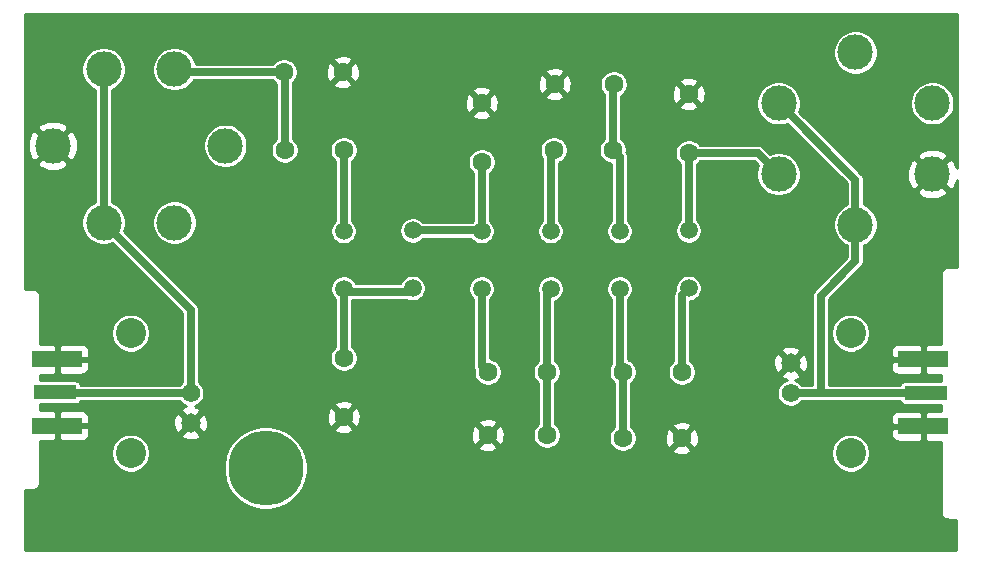
<source format=gtl>
G04 #@! TF.GenerationSoftware,KiCad,Pcbnew,(5.1.10)-1*
G04 #@! TF.CreationDate,2021-09-28T15:20:51-04:00*
G04 #@! TF.ProjectId,SSB6,53534236-2e6b-4696-9361-645f70636258,1*
G04 #@! TF.SameCoordinates,PX8c7ecc0PY46649b0*
G04 #@! TF.FileFunction,Copper,L1,Top*
G04 #@! TF.FilePolarity,Positive*
%FSLAX46Y46*%
G04 Gerber Fmt 4.6, Leading zero omitted, Abs format (unit mm)*
G04 Created by KiCad (PCBNEW (5.1.10)-1) date 2021-09-28 15:20:51*
%MOMM*%
%LPD*%
G01*
G04 APERTURE LIST*
G04 #@! TA.AperFunction,SMDPad,CuDef*
%ADD10R,3.600000X1.270000*%
G04 #@! TD*
G04 #@! TA.AperFunction,SMDPad,CuDef*
%ADD11R,4.200000X1.350000*%
G04 #@! TD*
G04 #@! TA.AperFunction,ComponentPad*
%ADD12C,6.350000*%
G04 #@! TD*
G04 #@! TA.AperFunction,ComponentPad*
%ADD13C,2.540000*%
G04 #@! TD*
G04 #@! TA.AperFunction,ComponentPad*
%ADD14C,1.651000*%
G04 #@! TD*
G04 #@! TA.AperFunction,ComponentPad*
%ADD15C,1.574800*%
G04 #@! TD*
G04 #@! TA.AperFunction,ComponentPad*
%ADD16C,1.600000*%
G04 #@! TD*
G04 #@! TA.AperFunction,ComponentPad*
%ADD17C,1.500000*%
G04 #@! TD*
G04 #@! TA.AperFunction,ComponentPad*
%ADD18C,3.000000*%
G04 #@! TD*
G04 #@! TA.AperFunction,ViaPad*
%ADD19C,0.889000*%
G04 #@! TD*
G04 #@! TA.AperFunction,ViaPad*
%ADD20C,1.397000*%
G04 #@! TD*
G04 #@! TA.AperFunction,ViaPad*
%ADD21C,1.676400*%
G04 #@! TD*
G04 #@! TA.AperFunction,Conductor*
%ADD22C,0.635000*%
G04 #@! TD*
G04 #@! TA.AperFunction,Conductor*
%ADD23C,0.254000*%
G04 #@! TD*
G04 #@! TA.AperFunction,Conductor*
%ADD24C,0.150000*%
G04 #@! TD*
G04 APERTURE END LIST*
D10*
X-111813000Y-4889200D03*
D11*
X-111613000Y-7714200D03*
X-111613000Y-2064200D03*
D10*
X-38083200Y-4914600D03*
D11*
X-38283200Y-2089600D03*
X-38283200Y-7739600D03*
D12*
X-93960000Y-11290000D03*
D13*
X-44430000Y-10020000D03*
X-44430000Y140000D03*
D14*
X-49510000Y-2400000D03*
D15*
X-49510000Y-4940000D03*
D16*
X-92436000Y22238000D03*
X-87436000Y22238000D03*
X-92356000Y15634000D03*
X-87356000Y15634000D03*
X-87356000Y-6972000D03*
X-87356000Y-1972000D03*
X-75672000Y14618000D03*
X-75672000Y19618000D03*
X-70164000Y-3162000D03*
X-75164000Y-3162000D03*
X-70164000Y-8496000D03*
X-75164000Y-8496000D03*
X-64576000Y15634000D03*
X-69576000Y15634000D03*
X-64496000Y21222000D03*
X-69496000Y21222000D03*
X-63734000Y-8750000D03*
X-58734000Y-8750000D03*
X-63734000Y-3162000D03*
X-58734000Y-3162000D03*
X-58146000Y20380000D03*
X-58146000Y15380000D03*
D17*
X-87356000Y8776000D03*
X-87356000Y3896000D03*
X-75672000Y8776000D03*
X-75672000Y3896000D03*
X-69830000Y3896000D03*
X-69830000Y8776000D03*
X-63988000Y8776000D03*
X-63988000Y3896000D03*
X-58146000Y8830000D03*
X-58146000Y3950000D03*
X-81514000Y3950000D03*
X-81514000Y8830000D03*
D18*
X-97376000Y15992000D03*
X-111976000Y15992000D03*
X-101676000Y9492000D03*
X-101676000Y22492000D03*
X-107676000Y9492000D03*
X-107676000Y22492000D03*
X-50526000Y13602000D03*
X-37526000Y13602000D03*
X-50526000Y19602000D03*
X-37526000Y19602000D03*
X-44026000Y9302000D03*
X-44026000Y23902000D03*
D15*
X-100310000Y-4940000D03*
D14*
X-100310000Y-7480000D03*
D13*
X-105390000Y-10020000D03*
X-105390000Y140000D03*
D19*
X-111613000Y25159000D03*
X-99040000Y25159000D03*
D20*
X-84308000Y25794000D03*
X-66274000Y25413000D03*
D19*
X-54463000Y25413000D03*
X-39604000Y25540000D03*
X-39604000Y-16116000D03*
D20*
X-54336000Y-1638000D03*
X-91928000Y6236000D03*
D21*
X-53320000Y6236000D03*
D19*
X-99040000Y-16624000D03*
X-111486000Y-16624000D03*
X-111613000Y5855000D03*
X-82276000Y14364000D03*
X-90912000Y25794000D03*
X-48494000Y24524000D03*
X-80498000Y-12052000D03*
X-106914000Y-16624000D03*
X-54336000Y-9258000D03*
D22*
X-87356000Y-1972000D02*
X-87356000Y3642000D01*
X-81822000Y3642000D02*
X-81514000Y3950000D01*
X-87356000Y3642000D02*
X-81822000Y3642000D01*
X-92356000Y22158000D02*
X-92436000Y22238000D01*
X-92356000Y15634000D02*
X-92356000Y22158000D01*
X-101422000Y22238000D02*
X-101676000Y22492000D01*
X-92436000Y22238000D02*
X-101422000Y22238000D01*
X-87356000Y15634000D02*
X-87356000Y8522000D01*
X-75726000Y8830000D02*
X-75672000Y8776000D01*
X-81514000Y8830000D02*
X-75726000Y8830000D01*
X-75672000Y14618000D02*
X-75672000Y8776000D01*
X-70164000Y3562000D02*
X-69830000Y3896000D01*
X-70164000Y-3162000D02*
X-70164000Y3562000D01*
X-70164000Y-3162000D02*
X-70164000Y-8496000D01*
X-75672000Y-2654000D02*
X-75164000Y-3162000D01*
X-75672000Y3896000D02*
X-75672000Y-2654000D01*
X-63988000Y15046000D02*
X-64576000Y15634000D01*
X-63988000Y8776000D02*
X-63988000Y15046000D01*
X-64576000Y21142000D02*
X-64496000Y21222000D01*
X-64576000Y15634000D02*
X-64576000Y21142000D01*
X-69830000Y15380000D02*
X-69576000Y15634000D01*
X-69830000Y8776000D02*
X-69830000Y15380000D01*
X-63988000Y-2908000D02*
X-63734000Y-3162000D01*
X-63988000Y3896000D02*
X-63988000Y-2908000D01*
X-63734000Y-3162000D02*
X-63734000Y-8750000D01*
X-58734000Y3362000D02*
X-58146000Y3950000D01*
X-58734000Y-3162000D02*
X-58734000Y3362000D01*
X-58146000Y8576000D02*
X-58146000Y15380000D01*
X-52304000Y15380000D02*
X-50526000Y13602000D01*
X-58146000Y15380000D02*
X-52304000Y15380000D01*
X-107676000Y22492000D02*
X-107676000Y9492000D01*
X-111105000Y-4940000D02*
X-100310000Y-4940000D01*
X-100310000Y2126000D02*
X-107676000Y9492000D01*
X-100310000Y-4940000D02*
X-100310000Y2126000D01*
X-38207000Y-4940000D02*
X-38080000Y-4813000D01*
X-44026000Y13102000D02*
X-50526000Y19602000D01*
X-44026000Y9302000D02*
X-44026000Y13102000D01*
X-44026000Y9302000D02*
X-44026000Y6259000D01*
X-46970000Y3315000D02*
X-46970000Y-4940000D01*
X-44026000Y6259000D02*
X-46970000Y3315000D01*
X-46970000Y-4940000D02*
X-49510000Y-4940000D01*
X-39350000Y-4940000D02*
X-46970000Y-4940000D01*
D23*
X-35451100Y14125269D02*
X-35560757Y14462383D01*
X-35718786Y14758038D01*
X-36034347Y14914048D01*
X-37346395Y13602000D01*
X-36034347Y12289952D01*
X-35718786Y12445962D01*
X-35527980Y12820745D01*
X-35451100Y13093684D01*
X-35451100Y5766100D01*
X-36171972Y5766100D01*
X-36199681Y5768864D01*
X-36228112Y5766100D01*
X-36228474Y5766100D01*
X-36256208Y5763369D01*
X-36311728Y5757971D01*
X-36312074Y5757866D01*
X-36312434Y5757831D01*
X-36366049Y5741567D01*
X-36419496Y5725427D01*
X-36419814Y5725258D01*
X-36420162Y5725152D01*
X-36469842Y5698597D01*
X-36518846Y5672483D01*
X-36519123Y5672256D01*
X-36519445Y5672084D01*
X-36563151Y5636216D01*
X-36605957Y5601175D01*
X-36606184Y5600900D01*
X-36606467Y5600667D01*
X-36642204Y5557121D01*
X-36677483Y5514243D01*
X-36677652Y5513928D01*
X-36677884Y5513645D01*
X-36704485Y5463878D01*
X-36730676Y5415026D01*
X-36730781Y5414683D01*
X-36730952Y5414362D01*
X-36747274Y5360555D01*
X-36763490Y5307339D01*
X-36763526Y5306981D01*
X-36763631Y5306634D01*
X-36769142Y5250679D01*
X-36771864Y5223390D01*
X-36771864Y5223036D01*
X-36774665Y5194600D01*
X-36771935Y5166879D01*
X-36779384Y-777537D01*
X-37997450Y-779600D01*
X-38156200Y-938350D01*
X-38156200Y-1962600D01*
X-38136200Y-1962600D01*
X-38136200Y-2216600D01*
X-38156200Y-2216600D01*
X-38156200Y-3240850D01*
X-37997450Y-3399600D01*
X-36782672Y-3401657D01*
X-36783293Y-3896757D01*
X-39883200Y-3896757D01*
X-39957889Y-3904113D01*
X-40029708Y-3925899D01*
X-40095896Y-3961278D01*
X-40153911Y-4008889D01*
X-40201522Y-4066904D01*
X-40236901Y-4133092D01*
X-40258687Y-4204911D01*
X-40262291Y-4241500D01*
X-46271500Y-4241500D01*
X-46271500Y-2764600D01*
X-41021272Y-2764600D01*
X-41009012Y-2889082D01*
X-40972702Y-3008780D01*
X-40913737Y-3119094D01*
X-40834385Y-3215785D01*
X-40737694Y-3295137D01*
X-40627380Y-3354102D01*
X-40507682Y-3390412D01*
X-40383200Y-3402672D01*
X-38568950Y-3399600D01*
X-38410200Y-3240850D01*
X-38410200Y-2216600D01*
X-40859450Y-2216600D01*
X-41018200Y-2375350D01*
X-41021272Y-2764600D01*
X-46271500Y-2764600D01*
X-46271500Y302609D01*
X-46081000Y302609D01*
X-46081000Y-22609D01*
X-46017553Y-341579D01*
X-45893097Y-642042D01*
X-45712415Y-912451D01*
X-45482451Y-1142415D01*
X-45212042Y-1323097D01*
X-44911579Y-1447553D01*
X-44592609Y-1511000D01*
X-44267391Y-1511000D01*
X-43948421Y-1447553D01*
X-43868866Y-1414600D01*
X-41021272Y-1414600D01*
X-41018200Y-1803850D01*
X-40859450Y-1962600D01*
X-38410200Y-1962600D01*
X-38410200Y-938350D01*
X-38568950Y-779600D01*
X-40383200Y-776528D01*
X-40507682Y-788788D01*
X-40627380Y-825098D01*
X-40737694Y-884063D01*
X-40834385Y-963415D01*
X-40913737Y-1060106D01*
X-40972702Y-1170420D01*
X-41009012Y-1290118D01*
X-41021272Y-1414600D01*
X-43868866Y-1414600D01*
X-43647958Y-1323097D01*
X-43377549Y-1142415D01*
X-43147585Y-912451D01*
X-42966903Y-642042D01*
X-42842447Y-341579D01*
X-42779000Y-22609D01*
X-42779000Y302609D01*
X-42842447Y621579D01*
X-42966903Y922042D01*
X-43147585Y1192451D01*
X-43377549Y1422415D01*
X-43647958Y1603097D01*
X-43948421Y1727553D01*
X-44267391Y1791000D01*
X-44592609Y1791000D01*
X-44911579Y1727553D01*
X-45212042Y1603097D01*
X-45482451Y1422415D01*
X-45712415Y1192451D01*
X-45893097Y922042D01*
X-46017553Y621579D01*
X-46081000Y302609D01*
X-46271500Y302609D01*
X-46271500Y3025673D01*
X-43556343Y5740829D01*
X-43529697Y5762697D01*
X-43507829Y5789343D01*
X-43507826Y5789346D01*
X-43442409Y5869056D01*
X-43377549Y5990402D01*
X-43377548Y5990403D01*
X-43337607Y6122070D01*
X-43327500Y6224691D01*
X-43327500Y6224702D01*
X-43324122Y6259000D01*
X-43327500Y6293298D01*
X-43327500Y7555349D01*
X-43135013Y7635080D01*
X-42826933Y7840932D01*
X-42564932Y8102933D01*
X-42359080Y8411013D01*
X-42217286Y8753333D01*
X-42145000Y9116738D01*
X-42145000Y9487262D01*
X-42217286Y9850667D01*
X-42359080Y10192987D01*
X-42564932Y10501067D01*
X-42826933Y10763068D01*
X-43135013Y10968920D01*
X-43327500Y11048651D01*
X-43327500Y12110347D01*
X-38838048Y12110347D01*
X-38682038Y11794786D01*
X-38307255Y11603980D01*
X-37902449Y11489956D01*
X-37483176Y11457098D01*
X-37065549Y11506666D01*
X-36665617Y11636757D01*
X-36369962Y11794786D01*
X-36213952Y12110347D01*
X-37526000Y13422395D01*
X-38838048Y12110347D01*
X-43327500Y12110347D01*
X-43327500Y13067703D01*
X-43324122Y13102001D01*
X-43327500Y13136299D01*
X-43327500Y13136309D01*
X-43337607Y13238930D01*
X-43377548Y13370597D01*
X-43402211Y13416738D01*
X-43442409Y13491944D01*
X-43497584Y13559176D01*
X-39670902Y13559176D01*
X-39621334Y13141549D01*
X-39491243Y12741617D01*
X-39333214Y12445962D01*
X-39017653Y12289952D01*
X-37705605Y13602000D01*
X-39017653Y14914048D01*
X-39333214Y14758038D01*
X-39524020Y14383255D01*
X-39638044Y13978449D01*
X-39670902Y13559176D01*
X-43497584Y13559176D01*
X-43507826Y13571655D01*
X-43507834Y13571663D01*
X-43529697Y13598303D01*
X-43556337Y13620166D01*
X-45029824Y15093653D01*
X-38838048Y15093653D01*
X-37526000Y13781605D01*
X-36213952Y15093653D01*
X-36369962Y15409214D01*
X-36744745Y15600020D01*
X-37149551Y15714044D01*
X-37568824Y15746902D01*
X-37986451Y15697334D01*
X-38386383Y15567243D01*
X-38682038Y15409214D01*
X-38838048Y15093653D01*
X-45029824Y15093653D01*
X-48797017Y18860845D01*
X-48717286Y19053333D01*
X-48645000Y19416738D01*
X-48645000Y19787262D01*
X-39407000Y19787262D01*
X-39407000Y19416738D01*
X-39334714Y19053333D01*
X-39192920Y18711013D01*
X-38987068Y18402933D01*
X-38725067Y18140932D01*
X-38416987Y17935080D01*
X-38074667Y17793286D01*
X-37711262Y17721000D01*
X-37340738Y17721000D01*
X-36977333Y17793286D01*
X-36635013Y17935080D01*
X-36326933Y18140932D01*
X-36064932Y18402933D01*
X-35859080Y18711013D01*
X-35717286Y19053333D01*
X-35645000Y19416738D01*
X-35645000Y19787262D01*
X-35717286Y20150667D01*
X-35859080Y20492987D01*
X-36064932Y20801067D01*
X-36326933Y21063068D01*
X-36635013Y21268920D01*
X-36977333Y21410714D01*
X-37340738Y21483000D01*
X-37711262Y21483000D01*
X-38074667Y21410714D01*
X-38416987Y21268920D01*
X-38725067Y21063068D01*
X-38987068Y20801067D01*
X-39192920Y20492987D01*
X-39334714Y20150667D01*
X-39407000Y19787262D01*
X-48645000Y19787262D01*
X-48717286Y20150667D01*
X-48859080Y20492987D01*
X-49064932Y20801067D01*
X-49326933Y21063068D01*
X-49635013Y21268920D01*
X-49977333Y21410714D01*
X-50340738Y21483000D01*
X-50711262Y21483000D01*
X-51074667Y21410714D01*
X-51416987Y21268920D01*
X-51725067Y21063068D01*
X-51987068Y20801067D01*
X-52192920Y20492987D01*
X-52334714Y20150667D01*
X-52407000Y19787262D01*
X-52407000Y19416738D01*
X-52334714Y19053333D01*
X-52192920Y18711013D01*
X-51987068Y18402933D01*
X-51725067Y18140932D01*
X-51416987Y17935080D01*
X-51074667Y17793286D01*
X-50711262Y17721000D01*
X-50340738Y17721000D01*
X-49977333Y17793286D01*
X-49784845Y17873017D01*
X-44724499Y12812670D01*
X-44724500Y11048651D01*
X-44916987Y10968920D01*
X-45225067Y10763068D01*
X-45487068Y10501067D01*
X-45692920Y10192987D01*
X-45834714Y9850667D01*
X-45907000Y9487262D01*
X-45907000Y9116738D01*
X-45834714Y8753333D01*
X-45692920Y8411013D01*
X-45487068Y8102933D01*
X-45225067Y7840932D01*
X-44916987Y7635080D01*
X-44724499Y7555349D01*
X-44724499Y6548329D01*
X-47439656Y3833171D01*
X-47466303Y3811302D01*
X-47488171Y3784656D01*
X-47488174Y3784653D01*
X-47553591Y3704943D01*
X-47595038Y3627401D01*
X-47618452Y3583596D01*
X-47658393Y3451929D01*
X-47668500Y3349308D01*
X-47668500Y3349298D01*
X-47671878Y3315000D01*
X-47668500Y3280702D01*
X-47668499Y-4241500D01*
X-48571501Y-4241500D01*
X-48602445Y-4195189D01*
X-48765189Y-4032445D01*
X-48956555Y-3904578D01*
X-49153034Y-3823193D01*
X-48884804Y-3727737D01*
X-48753367Y-3657481D01*
X-48678696Y-3410909D01*
X-49510000Y-2579605D01*
X-50341304Y-3410909D01*
X-50266633Y-3657481D01*
X-50006772Y-3780931D01*
X-49856482Y-3818850D01*
X-50063445Y-3904578D01*
X-50254811Y-4032445D01*
X-50417555Y-4195189D01*
X-50545422Y-4386555D01*
X-50633499Y-4599190D01*
X-50678400Y-4824923D01*
X-50678400Y-5055077D01*
X-50633499Y-5280810D01*
X-50545422Y-5493445D01*
X-50417555Y-5684811D01*
X-50254811Y-5847555D01*
X-50063445Y-5975422D01*
X-49850810Y-6063499D01*
X-49625077Y-6108400D01*
X-49394923Y-6108400D01*
X-49169190Y-6063499D01*
X-48956555Y-5975422D01*
X-48765189Y-5847555D01*
X-48602445Y-5684811D01*
X-48571501Y-5638500D01*
X-47004308Y-5638500D01*
X-46970000Y-5641879D01*
X-46935691Y-5638500D01*
X-40254376Y-5638500D01*
X-40236901Y-5696108D01*
X-40201522Y-5762296D01*
X-40153911Y-5820311D01*
X-40095896Y-5867922D01*
X-40029708Y-5903301D01*
X-39957889Y-5925087D01*
X-39883200Y-5932443D01*
X-36785844Y-5932443D01*
X-36786464Y-6427549D01*
X-37997450Y-6429600D01*
X-38156200Y-6588350D01*
X-38156200Y-7612600D01*
X-38136200Y-7612600D01*
X-38136200Y-7866600D01*
X-38156200Y-7866600D01*
X-38156200Y-8890850D01*
X-37997450Y-9049600D01*
X-36789752Y-9051645D01*
X-36797264Y-15046161D01*
X-36800065Y-15074600D01*
X-36794514Y-15130966D01*
X-36789170Y-15185928D01*
X-36789067Y-15186269D01*
X-36789031Y-15186634D01*
X-36772545Y-15240981D01*
X-36756626Y-15293696D01*
X-36756459Y-15294010D01*
X-36756352Y-15294362D01*
X-36729635Y-15344347D01*
X-36703683Y-15393046D01*
X-36703456Y-15393323D01*
X-36703284Y-15393645D01*
X-36667416Y-15437351D01*
X-36632375Y-15480157D01*
X-36632100Y-15480384D01*
X-36631867Y-15480667D01*
X-36588117Y-15516571D01*
X-36545443Y-15551683D01*
X-36545128Y-15551852D01*
X-36544845Y-15552084D01*
X-36495078Y-15578685D01*
X-36446226Y-15604876D01*
X-36445883Y-15604981D01*
X-36445562Y-15605152D01*
X-36391755Y-15621474D01*
X-36338539Y-15637690D01*
X-36338181Y-15637726D01*
X-36337834Y-15637831D01*
X-36281860Y-15643344D01*
X-36226519Y-15648864D01*
X-36198091Y-15646100D01*
X-35478035Y-15646100D01*
X-35484968Y-18229372D01*
X-114343500Y-18211629D01*
X-114343500Y-13131500D01*
X-113673074Y-13131500D01*
X-113645000Y-13134265D01*
X-113616926Y-13131500D01*
X-113532966Y-13123231D01*
X-113425238Y-13090552D01*
X-113325955Y-13037484D01*
X-113238933Y-12966067D01*
X-113167516Y-12879045D01*
X-113114448Y-12779762D01*
X-113081769Y-12672034D01*
X-113070735Y-12560000D01*
X-113073500Y-12531926D01*
X-113073500Y-9857391D01*
X-107041000Y-9857391D01*
X-107041000Y-10182609D01*
X-106977553Y-10501579D01*
X-106853097Y-10802042D01*
X-106672415Y-11072451D01*
X-106442451Y-11302415D01*
X-106172042Y-11483097D01*
X-105871579Y-11607553D01*
X-105552609Y-11671000D01*
X-105227391Y-11671000D01*
X-104908421Y-11607553D01*
X-104607958Y-11483097D01*
X-104337549Y-11302415D01*
X-104107585Y-11072451D01*
X-104018927Y-10939765D01*
X-97516000Y-10939765D01*
X-97516000Y-11640235D01*
X-97379345Y-12327247D01*
X-97111286Y-12974398D01*
X-96722126Y-13556818D01*
X-96226818Y-14052126D01*
X-95644398Y-14441286D01*
X-94997247Y-14709345D01*
X-94310235Y-14846000D01*
X-93609765Y-14846000D01*
X-92922753Y-14709345D01*
X-92275602Y-14441286D01*
X-91693182Y-14052126D01*
X-91197874Y-13556818D01*
X-90808714Y-12974398D01*
X-90540655Y-12327247D01*
X-90404000Y-11640235D01*
X-90404000Y-10939765D01*
X-90540655Y-10252753D01*
X-90808714Y-9605602D01*
X-90886823Y-9488702D01*
X-75977097Y-9488702D01*
X-75905514Y-9732671D01*
X-75650004Y-9853571D01*
X-75375816Y-9922300D01*
X-75093488Y-9936217D01*
X-74813870Y-9894787D01*
X-74547708Y-9799603D01*
X-74422486Y-9732671D01*
X-74350903Y-9488702D01*
X-75164000Y-8675605D01*
X-75977097Y-9488702D01*
X-90886823Y-9488702D01*
X-91197874Y-9023182D01*
X-91654544Y-8566512D01*
X-76604217Y-8566512D01*
X-76562787Y-8846130D01*
X-76467603Y-9112292D01*
X-76400671Y-9237514D01*
X-76156702Y-9309097D01*
X-75343605Y-8496000D01*
X-74984395Y-8496000D01*
X-74171298Y-9309097D01*
X-73927329Y-9237514D01*
X-73806429Y-8982004D01*
X-73737700Y-8707816D01*
X-73723783Y-8425488D01*
X-73765213Y-8145870D01*
X-73860397Y-7879708D01*
X-73927329Y-7754486D01*
X-74171298Y-7682903D01*
X-74984395Y-8496000D01*
X-75343605Y-8496000D01*
X-76156702Y-7682903D01*
X-76400671Y-7754486D01*
X-76521571Y-8009996D01*
X-76590300Y-8284184D01*
X-76604217Y-8566512D01*
X-91654544Y-8566512D01*
X-91693182Y-8527874D01*
X-92275602Y-8138714D01*
X-92695703Y-7964702D01*
X-88169097Y-7964702D01*
X-88097514Y-8208671D01*
X-87842004Y-8329571D01*
X-87567816Y-8398300D01*
X-87285488Y-8412217D01*
X-87005870Y-8370787D01*
X-86739708Y-8275603D01*
X-86614486Y-8208671D01*
X-86542903Y-7964702D01*
X-87356000Y-7151605D01*
X-88169097Y-7964702D01*
X-92695703Y-7964702D01*
X-92922753Y-7870655D01*
X-93609765Y-7734000D01*
X-94310235Y-7734000D01*
X-94997247Y-7870655D01*
X-95644398Y-8138714D01*
X-96226818Y-8527874D01*
X-96722126Y-9023182D01*
X-97111286Y-9605602D01*
X-97379345Y-10252753D01*
X-97516000Y-10939765D01*
X-104018927Y-10939765D01*
X-103926903Y-10802042D01*
X-103802447Y-10501579D01*
X-103739000Y-10182609D01*
X-103739000Y-9857391D01*
X-103802447Y-9538421D01*
X-103926903Y-9237958D01*
X-104107585Y-8967549D01*
X-104337549Y-8737585D01*
X-104607958Y-8556903D01*
X-104767281Y-8490909D01*
X-101141304Y-8490909D01*
X-101066633Y-8737481D01*
X-100806772Y-8860931D01*
X-100527820Y-8931313D01*
X-100240498Y-8945921D01*
X-99955846Y-8904194D01*
X-99684804Y-8807737D01*
X-99553367Y-8737481D01*
X-99478696Y-8490909D01*
X-100310000Y-7659605D01*
X-101141304Y-8490909D01*
X-104767281Y-8490909D01*
X-104908421Y-8432447D01*
X-105227391Y-8369000D01*
X-105552609Y-8369000D01*
X-105871579Y-8432447D01*
X-106172042Y-8556903D01*
X-106442451Y-8737585D01*
X-106672415Y-8967549D01*
X-106853097Y-9237958D01*
X-106977553Y-9538421D01*
X-107041000Y-9857391D01*
X-113073500Y-9857391D01*
X-113073500Y-9026189D01*
X-111898750Y-9024200D01*
X-111740000Y-8865450D01*
X-111740000Y-7841200D01*
X-111486000Y-7841200D01*
X-111486000Y-8865450D01*
X-111327250Y-9024200D01*
X-109513000Y-9027272D01*
X-109388518Y-9015012D01*
X-109268820Y-8978702D01*
X-109158506Y-8919737D01*
X-109061815Y-8840385D01*
X-108982463Y-8743694D01*
X-108923498Y-8633380D01*
X-108887188Y-8513682D01*
X-108874928Y-8389200D01*
X-108878000Y-7999950D01*
X-109036750Y-7841200D01*
X-111486000Y-7841200D01*
X-111740000Y-7841200D01*
X-111760000Y-7841200D01*
X-111760000Y-7587200D01*
X-111740000Y-7587200D01*
X-111740000Y-6562950D01*
X-111486000Y-6562950D01*
X-111486000Y-7587200D01*
X-109036750Y-7587200D01*
X-108999052Y-7549502D01*
X-101775921Y-7549502D01*
X-101734194Y-7834154D01*
X-101637737Y-8105196D01*
X-101567481Y-8236633D01*
X-101320909Y-8311304D01*
X-100489605Y-7480000D01*
X-100130395Y-7480000D01*
X-99299091Y-8311304D01*
X-99052519Y-8236633D01*
X-98929069Y-7976772D01*
X-98858687Y-7697820D01*
X-98844079Y-7410498D01*
X-98885806Y-7125846D01*
X-98915462Y-7042512D01*
X-88796217Y-7042512D01*
X-88754787Y-7322130D01*
X-88659603Y-7588292D01*
X-88592671Y-7713514D01*
X-88348702Y-7785097D01*
X-87535605Y-6972000D01*
X-87176395Y-6972000D01*
X-86363298Y-7785097D01*
X-86119329Y-7713514D01*
X-86019861Y-7503298D01*
X-75977097Y-7503298D01*
X-75164000Y-8316395D01*
X-74350903Y-7503298D01*
X-74422486Y-7259329D01*
X-74677996Y-7138429D01*
X-74952184Y-7069700D01*
X-75234512Y-7055783D01*
X-75514130Y-7097213D01*
X-75780292Y-7192397D01*
X-75905514Y-7259329D01*
X-75977097Y-7503298D01*
X-86019861Y-7503298D01*
X-85998429Y-7458004D01*
X-85929700Y-7183816D01*
X-85915783Y-6901488D01*
X-85957213Y-6621870D01*
X-86052397Y-6355708D01*
X-86119329Y-6230486D01*
X-86363298Y-6158903D01*
X-87176395Y-6972000D01*
X-87535605Y-6972000D01*
X-88348702Y-6158903D01*
X-88592671Y-6230486D01*
X-88713571Y-6485996D01*
X-88782300Y-6760184D01*
X-88796217Y-7042512D01*
X-98915462Y-7042512D01*
X-98982263Y-6854804D01*
X-99052519Y-6723367D01*
X-99299091Y-6648696D01*
X-100130395Y-7480000D01*
X-100489605Y-7480000D01*
X-101320909Y-6648696D01*
X-101567481Y-6723367D01*
X-101690931Y-6983228D01*
X-101761313Y-7262180D01*
X-101775921Y-7549502D01*
X-108999052Y-7549502D01*
X-108878000Y-7428450D01*
X-108874928Y-7039200D01*
X-108887188Y-6914718D01*
X-108923498Y-6795020D01*
X-108982463Y-6684706D01*
X-109061815Y-6588015D01*
X-109158506Y-6508663D01*
X-109268820Y-6449698D01*
X-109388518Y-6413388D01*
X-109513000Y-6401128D01*
X-111327250Y-6404200D01*
X-111486000Y-6562950D01*
X-111740000Y-6562950D01*
X-111898750Y-6404200D01*
X-113073500Y-6402211D01*
X-113073500Y-5907043D01*
X-110013000Y-5907043D01*
X-109938311Y-5899687D01*
X-109866492Y-5877901D01*
X-109800304Y-5842522D01*
X-109742289Y-5794911D01*
X-109694678Y-5736896D01*
X-109659299Y-5670708D01*
X-109649529Y-5638500D01*
X-101248499Y-5638500D01*
X-101217555Y-5684811D01*
X-101054811Y-5847555D01*
X-100863445Y-5975422D01*
X-100666966Y-6056807D01*
X-100935196Y-6152263D01*
X-101066633Y-6222519D01*
X-101141304Y-6469091D01*
X-100310000Y-7300395D01*
X-99478696Y-6469091D01*
X-99553367Y-6222519D01*
X-99813228Y-6099069D01*
X-99963518Y-6061150D01*
X-99765913Y-5979298D01*
X-88169097Y-5979298D01*
X-87356000Y-6792395D01*
X-86542903Y-5979298D01*
X-86614486Y-5735329D01*
X-86869996Y-5614429D01*
X-87144184Y-5545700D01*
X-87426512Y-5531783D01*
X-87706130Y-5573213D01*
X-87972292Y-5668397D01*
X-88097514Y-5735329D01*
X-88169097Y-5979298D01*
X-99765913Y-5979298D01*
X-99756555Y-5975422D01*
X-99565189Y-5847555D01*
X-99402445Y-5684811D01*
X-99274578Y-5493445D01*
X-99186501Y-5280810D01*
X-99141600Y-5055077D01*
X-99141600Y-4824923D01*
X-99186501Y-4599190D01*
X-99274578Y-4386555D01*
X-99402445Y-4195189D01*
X-99565189Y-4032445D01*
X-99611500Y-4001501D01*
X-99611500Y-1855682D01*
X-88537000Y-1855682D01*
X-88537000Y-2088318D01*
X-88491614Y-2316485D01*
X-88402588Y-2531413D01*
X-88273342Y-2724843D01*
X-88108843Y-2889342D01*
X-87915413Y-3018588D01*
X-87700485Y-3107614D01*
X-87472318Y-3153000D01*
X-87239682Y-3153000D01*
X-87011515Y-3107614D01*
X-86796587Y-3018588D01*
X-86603157Y-2889342D01*
X-86438658Y-2724843D01*
X-86309412Y-2531413D01*
X-86220386Y-2316485D01*
X-86175000Y-2088318D01*
X-86175000Y-1855682D01*
X-86220386Y-1627515D01*
X-86309412Y-1412587D01*
X-86438658Y-1219157D01*
X-86603157Y-1054658D01*
X-86657500Y-1018347D01*
X-86657500Y2943500D01*
X-82039539Y2943500D01*
X-81843900Y2862464D01*
X-81625394Y2819000D01*
X-81402606Y2819000D01*
X-81184100Y2862464D01*
X-80978271Y2947721D01*
X-80793030Y3071495D01*
X-80635495Y3229030D01*
X-80511721Y3414271D01*
X-80426464Y3620100D01*
X-80383000Y3838606D01*
X-80383000Y4007394D01*
X-76803000Y4007394D01*
X-76803000Y3784606D01*
X-76759536Y3566100D01*
X-76674279Y3360271D01*
X-76550505Y3175030D01*
X-76392970Y3017495D01*
X-76370500Y3002481D01*
X-76370499Y-2619692D01*
X-76373878Y-2654000D01*
X-76360392Y-2790929D01*
X-76320491Y-2922467D01*
X-76345000Y-3045682D01*
X-76345000Y-3278318D01*
X-76299614Y-3506485D01*
X-76210588Y-3721413D01*
X-76081342Y-3914843D01*
X-75916843Y-4079342D01*
X-75723413Y-4208588D01*
X-75508485Y-4297614D01*
X-75280318Y-4343000D01*
X-75047682Y-4343000D01*
X-74819515Y-4297614D01*
X-74604587Y-4208588D01*
X-74411157Y-4079342D01*
X-74246658Y-3914843D01*
X-74117412Y-3721413D01*
X-74028386Y-3506485D01*
X-73983000Y-3278318D01*
X-73983000Y-3045682D01*
X-71345000Y-3045682D01*
X-71345000Y-3278318D01*
X-71299614Y-3506485D01*
X-71210588Y-3721413D01*
X-71081342Y-3914843D01*
X-70916843Y-4079342D01*
X-70862500Y-4115653D01*
X-70862499Y-7542347D01*
X-70916843Y-7578658D01*
X-71081342Y-7743157D01*
X-71210588Y-7936587D01*
X-71299614Y-8151515D01*
X-71345000Y-8379682D01*
X-71345000Y-8612318D01*
X-71299614Y-8840485D01*
X-71210588Y-9055413D01*
X-71081342Y-9248843D01*
X-70916843Y-9413342D01*
X-70723413Y-9542588D01*
X-70508485Y-9631614D01*
X-70280318Y-9677000D01*
X-70047682Y-9677000D01*
X-69819515Y-9631614D01*
X-69604587Y-9542588D01*
X-69411157Y-9413342D01*
X-69246658Y-9248843D01*
X-69117412Y-9055413D01*
X-69028386Y-8840485D01*
X-68983000Y-8612318D01*
X-68983000Y-8379682D01*
X-69028386Y-8151515D01*
X-69117412Y-7936587D01*
X-69246658Y-7743157D01*
X-69411157Y-7578658D01*
X-69465500Y-7542347D01*
X-69465500Y-4115653D01*
X-69411157Y-4079342D01*
X-69246658Y-3914843D01*
X-69117412Y-3721413D01*
X-69028386Y-3506485D01*
X-68983000Y-3278318D01*
X-68983000Y-3045682D01*
X-69028386Y-2817515D01*
X-69117412Y-2602587D01*
X-69246658Y-2409157D01*
X-69411157Y-2244658D01*
X-69465500Y-2208347D01*
X-69465500Y2822796D01*
X-69294271Y2893721D01*
X-69109030Y3017495D01*
X-68951495Y3175030D01*
X-68827721Y3360271D01*
X-68742464Y3566100D01*
X-68699000Y3784606D01*
X-68699000Y4007394D01*
X-65119000Y4007394D01*
X-65119000Y3784606D01*
X-65075536Y3566100D01*
X-64990279Y3360271D01*
X-64866505Y3175030D01*
X-64708970Y3017495D01*
X-64686500Y3002481D01*
X-64686499Y-2461773D01*
X-64780588Y-2602587D01*
X-64869614Y-2817515D01*
X-64915000Y-3045682D01*
X-64915000Y-3278318D01*
X-64869614Y-3506485D01*
X-64780588Y-3721413D01*
X-64651342Y-3914843D01*
X-64486843Y-4079342D01*
X-64432500Y-4115653D01*
X-64432499Y-7796347D01*
X-64486843Y-7832658D01*
X-64651342Y-7997157D01*
X-64780588Y-8190587D01*
X-64869614Y-8405515D01*
X-64915000Y-8633682D01*
X-64915000Y-8866318D01*
X-64869614Y-9094485D01*
X-64780588Y-9309413D01*
X-64651342Y-9502843D01*
X-64486843Y-9667342D01*
X-64293413Y-9796588D01*
X-64078485Y-9885614D01*
X-63850318Y-9931000D01*
X-63617682Y-9931000D01*
X-63389515Y-9885614D01*
X-63174587Y-9796588D01*
X-63093942Y-9742702D01*
X-59547097Y-9742702D01*
X-59475514Y-9986671D01*
X-59220004Y-10107571D01*
X-58945816Y-10176300D01*
X-58663488Y-10190217D01*
X-58383870Y-10148787D01*
X-58117708Y-10053603D01*
X-57992486Y-9986671D01*
X-57954554Y-9857391D01*
X-46081000Y-9857391D01*
X-46081000Y-10182609D01*
X-46017553Y-10501579D01*
X-45893097Y-10802042D01*
X-45712415Y-11072451D01*
X-45482451Y-11302415D01*
X-45212042Y-11483097D01*
X-44911579Y-11607553D01*
X-44592609Y-11671000D01*
X-44267391Y-11671000D01*
X-43948421Y-11607553D01*
X-43647958Y-11483097D01*
X-43377549Y-11302415D01*
X-43147585Y-11072451D01*
X-42966903Y-10802042D01*
X-42842447Y-10501579D01*
X-42779000Y-10182609D01*
X-42779000Y-9857391D01*
X-42842447Y-9538421D01*
X-42966903Y-9237958D01*
X-43147585Y-8967549D01*
X-43377549Y-8737585D01*
X-43647958Y-8556903D01*
X-43948421Y-8432447D01*
X-44038144Y-8414600D01*
X-41021272Y-8414600D01*
X-41009012Y-8539082D01*
X-40972702Y-8658780D01*
X-40913737Y-8769094D01*
X-40834385Y-8865785D01*
X-40737694Y-8945137D01*
X-40627380Y-9004102D01*
X-40507682Y-9040412D01*
X-40383200Y-9052672D01*
X-38568950Y-9049600D01*
X-38410200Y-8890850D01*
X-38410200Y-7866600D01*
X-40859450Y-7866600D01*
X-41018200Y-8025350D01*
X-41021272Y-8414600D01*
X-44038144Y-8414600D01*
X-44267391Y-8369000D01*
X-44592609Y-8369000D01*
X-44911579Y-8432447D01*
X-45212042Y-8556903D01*
X-45482451Y-8737585D01*
X-45712415Y-8967549D01*
X-45893097Y-9237958D01*
X-46017553Y-9538421D01*
X-46081000Y-9857391D01*
X-57954554Y-9857391D01*
X-57920903Y-9742702D01*
X-58734000Y-8929605D01*
X-59547097Y-9742702D01*
X-63093942Y-9742702D01*
X-62981157Y-9667342D01*
X-62816658Y-9502843D01*
X-62687412Y-9309413D01*
X-62598386Y-9094485D01*
X-62553000Y-8866318D01*
X-62553000Y-8820512D01*
X-60174217Y-8820512D01*
X-60132787Y-9100130D01*
X-60037603Y-9366292D01*
X-59970671Y-9491514D01*
X-59726702Y-9563097D01*
X-58913605Y-8750000D01*
X-58554395Y-8750000D01*
X-57741298Y-9563097D01*
X-57497329Y-9491514D01*
X-57376429Y-9236004D01*
X-57307700Y-8961816D01*
X-57293783Y-8679488D01*
X-57335213Y-8399870D01*
X-57430397Y-8133708D01*
X-57497329Y-8008486D01*
X-57741298Y-7936903D01*
X-58554395Y-8750000D01*
X-58913605Y-8750000D01*
X-59726702Y-7936903D01*
X-59970671Y-8008486D01*
X-60091571Y-8263996D01*
X-60160300Y-8538184D01*
X-60174217Y-8820512D01*
X-62553000Y-8820512D01*
X-62553000Y-8633682D01*
X-62598386Y-8405515D01*
X-62687412Y-8190587D01*
X-62816658Y-7997157D01*
X-62981157Y-7832658D01*
X-63035500Y-7796347D01*
X-63035500Y-7757298D01*
X-59547097Y-7757298D01*
X-58734000Y-8570395D01*
X-57920903Y-7757298D01*
X-57992486Y-7513329D01*
X-58247996Y-7392429D01*
X-58522184Y-7323700D01*
X-58804512Y-7309783D01*
X-59084130Y-7351213D01*
X-59350292Y-7446397D01*
X-59475514Y-7513329D01*
X-59547097Y-7757298D01*
X-63035500Y-7757298D01*
X-63035500Y-7064600D01*
X-41021272Y-7064600D01*
X-41018200Y-7453850D01*
X-40859450Y-7612600D01*
X-38410200Y-7612600D01*
X-38410200Y-6588350D01*
X-38568950Y-6429600D01*
X-40383200Y-6426528D01*
X-40507682Y-6438788D01*
X-40627380Y-6475098D01*
X-40737694Y-6534063D01*
X-40834385Y-6613415D01*
X-40913737Y-6710106D01*
X-40972702Y-6820420D01*
X-41009012Y-6940118D01*
X-41021272Y-7064600D01*
X-63035500Y-7064600D01*
X-63035500Y-4115653D01*
X-62981157Y-4079342D01*
X-62816658Y-3914843D01*
X-62687412Y-3721413D01*
X-62598386Y-3506485D01*
X-62553000Y-3278318D01*
X-62553000Y-3045682D01*
X-59915000Y-3045682D01*
X-59915000Y-3278318D01*
X-59869614Y-3506485D01*
X-59780588Y-3721413D01*
X-59651342Y-3914843D01*
X-59486843Y-4079342D01*
X-59293413Y-4208588D01*
X-59078485Y-4297614D01*
X-58850318Y-4343000D01*
X-58617682Y-4343000D01*
X-58389515Y-4297614D01*
X-58174587Y-4208588D01*
X-57981157Y-4079342D01*
X-57816658Y-3914843D01*
X-57687412Y-3721413D01*
X-57598386Y-3506485D01*
X-57553000Y-3278318D01*
X-57553000Y-3045682D01*
X-57598386Y-2817515D01*
X-57687412Y-2602587D01*
X-57776336Y-2469502D01*
X-50975921Y-2469502D01*
X-50934194Y-2754154D01*
X-50837737Y-3025196D01*
X-50767481Y-3156633D01*
X-50520909Y-3231304D01*
X-49689605Y-2400000D01*
X-49330395Y-2400000D01*
X-48499091Y-3231304D01*
X-48252519Y-3156633D01*
X-48129069Y-2896772D01*
X-48058687Y-2617820D01*
X-48044079Y-2330498D01*
X-48085806Y-2045846D01*
X-48182263Y-1774804D01*
X-48252519Y-1643367D01*
X-48499091Y-1568696D01*
X-49330395Y-2400000D01*
X-49689605Y-2400000D01*
X-50520909Y-1568696D01*
X-50767481Y-1643367D01*
X-50890931Y-1903228D01*
X-50961313Y-2182180D01*
X-50975921Y-2469502D01*
X-57776336Y-2469502D01*
X-57816658Y-2409157D01*
X-57981157Y-2244658D01*
X-58035500Y-2208347D01*
X-58035500Y-1389091D01*
X-50341304Y-1389091D01*
X-49510000Y-2220395D01*
X-48678696Y-1389091D01*
X-48753367Y-1142519D01*
X-49013228Y-1019069D01*
X-49292180Y-948687D01*
X-49579502Y-934079D01*
X-49864154Y-975806D01*
X-50135196Y-1072263D01*
X-50266633Y-1142519D01*
X-50341304Y-1389091D01*
X-58035500Y-1389091D01*
X-58035500Y2819000D01*
X-58034606Y2819000D01*
X-57816100Y2862464D01*
X-57610271Y2947721D01*
X-57425030Y3071495D01*
X-57267495Y3229030D01*
X-57143721Y3414271D01*
X-57058464Y3620100D01*
X-57015000Y3838606D01*
X-57015000Y4061394D01*
X-57058464Y4279900D01*
X-57143721Y4485729D01*
X-57267495Y4670970D01*
X-57425030Y4828505D01*
X-57610271Y4952279D01*
X-57816100Y5037536D01*
X-58034606Y5081000D01*
X-58257394Y5081000D01*
X-58475900Y5037536D01*
X-58681729Y4952279D01*
X-58866970Y4828505D01*
X-59024505Y4670970D01*
X-59148279Y4485729D01*
X-59233536Y4279900D01*
X-59277000Y4061394D01*
X-59277000Y3838606D01*
X-59271043Y3808661D01*
X-59317591Y3751943D01*
X-59382451Y3630598D01*
X-59422392Y3498929D01*
X-59435878Y3362000D01*
X-59432499Y3327692D01*
X-59432500Y-2208347D01*
X-59486843Y-2244658D01*
X-59651342Y-2409157D01*
X-59780588Y-2602587D01*
X-59869614Y-2817515D01*
X-59915000Y-3045682D01*
X-62553000Y-3045682D01*
X-62598386Y-2817515D01*
X-62687412Y-2602587D01*
X-62816658Y-2409157D01*
X-62981157Y-2244658D01*
X-63174587Y-2115412D01*
X-63289500Y-2067814D01*
X-63289500Y3002481D01*
X-63267030Y3017495D01*
X-63109495Y3175030D01*
X-62985721Y3360271D01*
X-62900464Y3566100D01*
X-62857000Y3784606D01*
X-62857000Y4007394D01*
X-62900464Y4225900D01*
X-62985721Y4431729D01*
X-63109495Y4616970D01*
X-63267030Y4774505D01*
X-63452271Y4898279D01*
X-63658100Y4983536D01*
X-63876606Y5027000D01*
X-64099394Y5027000D01*
X-64317900Y4983536D01*
X-64523729Y4898279D01*
X-64708970Y4774505D01*
X-64866505Y4616970D01*
X-64990279Y4431729D01*
X-65075536Y4225900D01*
X-65119000Y4007394D01*
X-68699000Y4007394D01*
X-68742464Y4225900D01*
X-68827721Y4431729D01*
X-68951495Y4616970D01*
X-69109030Y4774505D01*
X-69294271Y4898279D01*
X-69500100Y4983536D01*
X-69718606Y5027000D01*
X-69941394Y5027000D01*
X-70159900Y4983536D01*
X-70365729Y4898279D01*
X-70550970Y4774505D01*
X-70708505Y4616970D01*
X-70832279Y4431729D01*
X-70917536Y4225900D01*
X-70961000Y4007394D01*
X-70961000Y3784606D01*
X-70917536Y3566100D01*
X-70862499Y3433229D01*
X-70862500Y-2208347D01*
X-70916843Y-2244658D01*
X-71081342Y-2409157D01*
X-71210588Y-2602587D01*
X-71299614Y-2817515D01*
X-71345000Y-3045682D01*
X-73983000Y-3045682D01*
X-74028386Y-2817515D01*
X-74117412Y-2602587D01*
X-74246658Y-2409157D01*
X-74411157Y-2244658D01*
X-74604587Y-2115412D01*
X-74819515Y-2026386D01*
X-74973500Y-1995756D01*
X-74973500Y3002481D01*
X-74951030Y3017495D01*
X-74793495Y3175030D01*
X-74669721Y3360271D01*
X-74584464Y3566100D01*
X-74541000Y3784606D01*
X-74541000Y4007394D01*
X-74584464Y4225900D01*
X-74669721Y4431729D01*
X-74793495Y4616970D01*
X-74951030Y4774505D01*
X-75136271Y4898279D01*
X-75342100Y4983536D01*
X-75560606Y5027000D01*
X-75783394Y5027000D01*
X-76001900Y4983536D01*
X-76207729Y4898279D01*
X-76392970Y4774505D01*
X-76550505Y4616970D01*
X-76674279Y4431729D01*
X-76759536Y4225900D01*
X-76803000Y4007394D01*
X-80383000Y4007394D01*
X-80383000Y4061394D01*
X-80426464Y4279900D01*
X-80511721Y4485729D01*
X-80635495Y4670970D01*
X-80793030Y4828505D01*
X-80978271Y4952279D01*
X-81184100Y5037536D01*
X-81402606Y5081000D01*
X-81625394Y5081000D01*
X-81843900Y5037536D01*
X-82049729Y4952279D01*
X-82234970Y4828505D01*
X-82392505Y4670970D01*
X-82516279Y4485729D01*
X-82576435Y4340500D01*
X-86315933Y4340500D01*
X-86353721Y4431729D01*
X-86477495Y4616970D01*
X-86635030Y4774505D01*
X-86820271Y4898279D01*
X-87026100Y4983536D01*
X-87244606Y5027000D01*
X-87467394Y5027000D01*
X-87685900Y4983536D01*
X-87891729Y4898279D01*
X-88076970Y4774505D01*
X-88234505Y4616970D01*
X-88358279Y4431729D01*
X-88443536Y4225900D01*
X-88487000Y4007394D01*
X-88487000Y3784606D01*
X-88443536Y3566100D01*
X-88358279Y3360271D01*
X-88234505Y3175030D01*
X-88076970Y3017495D01*
X-88054499Y3002480D01*
X-88054500Y-1018347D01*
X-88108843Y-1054658D01*
X-88273342Y-1219157D01*
X-88402588Y-1412587D01*
X-88491614Y-1627515D01*
X-88537000Y-1855682D01*
X-99611500Y-1855682D01*
X-99611500Y2091703D01*
X-99608122Y2126001D01*
X-99611500Y2160299D01*
X-99611500Y2160309D01*
X-99621607Y2262930D01*
X-99661548Y2394597D01*
X-99661549Y2394599D01*
X-99726409Y2515944D01*
X-99791826Y2595655D01*
X-99791834Y2595663D01*
X-99813697Y2622303D01*
X-99840337Y2644166D01*
X-105947017Y8750845D01*
X-105867286Y8943333D01*
X-105795000Y9306738D01*
X-105795000Y9677262D01*
X-103557000Y9677262D01*
X-103557000Y9306738D01*
X-103484714Y8943333D01*
X-103342920Y8601013D01*
X-103137068Y8292933D01*
X-102875067Y8030932D01*
X-102566987Y7825080D01*
X-102224667Y7683286D01*
X-101861262Y7611000D01*
X-101490738Y7611000D01*
X-101127333Y7683286D01*
X-100785013Y7825080D01*
X-100476933Y8030932D01*
X-100214932Y8292933D01*
X-100009080Y8601013D01*
X-99867286Y8943333D01*
X-99795000Y9306738D01*
X-99795000Y9677262D01*
X-99867286Y10040667D01*
X-100009080Y10382987D01*
X-100214932Y10691067D01*
X-100476933Y10953068D01*
X-100785013Y11158920D01*
X-101127333Y11300714D01*
X-101490738Y11373000D01*
X-101861262Y11373000D01*
X-102224667Y11300714D01*
X-102566987Y11158920D01*
X-102875067Y10953068D01*
X-103137068Y10691067D01*
X-103342920Y10382987D01*
X-103484714Y10040667D01*
X-103557000Y9677262D01*
X-105795000Y9677262D01*
X-105867286Y10040667D01*
X-106009080Y10382987D01*
X-106214932Y10691067D01*
X-106476933Y10953068D01*
X-106785013Y11158920D01*
X-106977500Y11238651D01*
X-106977500Y16177262D01*
X-99257000Y16177262D01*
X-99257000Y15806738D01*
X-99184714Y15443333D01*
X-99042920Y15101013D01*
X-98837068Y14792933D01*
X-98575067Y14530932D01*
X-98266987Y14325080D01*
X-97924667Y14183286D01*
X-97561262Y14111000D01*
X-97190738Y14111000D01*
X-96827333Y14183286D01*
X-96485013Y14325080D01*
X-96176933Y14530932D01*
X-95914932Y14792933D01*
X-95709080Y15101013D01*
X-95567286Y15443333D01*
X-95495000Y15806738D01*
X-95495000Y16177262D01*
X-95567286Y16540667D01*
X-95709080Y16882987D01*
X-95914932Y17191067D01*
X-96176933Y17453068D01*
X-96485013Y17658920D01*
X-96827333Y17800714D01*
X-97190738Y17873000D01*
X-97561262Y17873000D01*
X-97924667Y17800714D01*
X-98266987Y17658920D01*
X-98575067Y17453068D01*
X-98837068Y17191067D01*
X-99042920Y16882987D01*
X-99184714Y16540667D01*
X-99257000Y16177262D01*
X-106977500Y16177262D01*
X-106977500Y20745349D01*
X-106785013Y20825080D01*
X-106476933Y21030932D01*
X-106214932Y21292933D01*
X-106009080Y21601013D01*
X-105867286Y21943333D01*
X-105795000Y22306738D01*
X-105795000Y22677262D01*
X-103557000Y22677262D01*
X-103557000Y22306738D01*
X-103484714Y21943333D01*
X-103342920Y21601013D01*
X-103137068Y21292933D01*
X-102875067Y21030932D01*
X-102566987Y20825080D01*
X-102224667Y20683286D01*
X-101861262Y20611000D01*
X-101490738Y20611000D01*
X-101127333Y20683286D01*
X-100785013Y20825080D01*
X-100476933Y21030932D01*
X-100214932Y21292933D01*
X-100050182Y21539500D01*
X-93389653Y21539500D01*
X-93353342Y21485157D01*
X-93188843Y21320658D01*
X-93054499Y21230892D01*
X-93054500Y16587653D01*
X-93108843Y16551342D01*
X-93273342Y16386843D01*
X-93402588Y16193413D01*
X-93491614Y15978485D01*
X-93537000Y15750318D01*
X-93537000Y15517682D01*
X-93491614Y15289515D01*
X-93402588Y15074587D01*
X-93273342Y14881157D01*
X-93108843Y14716658D01*
X-92915413Y14587412D01*
X-92700485Y14498386D01*
X-92472318Y14453000D01*
X-92239682Y14453000D01*
X-92011515Y14498386D01*
X-91796587Y14587412D01*
X-91603157Y14716658D01*
X-91438658Y14881157D01*
X-91309412Y15074587D01*
X-91220386Y15289515D01*
X-91175000Y15517682D01*
X-91175000Y15750318D01*
X-88537000Y15750318D01*
X-88537000Y15517682D01*
X-88491614Y15289515D01*
X-88402588Y15074587D01*
X-88273342Y14881157D01*
X-88108843Y14716658D01*
X-88054500Y14680347D01*
X-88054499Y9669520D01*
X-88076970Y9654505D01*
X-88234505Y9496970D01*
X-88358279Y9311729D01*
X-88443536Y9105900D01*
X-88487000Y8887394D01*
X-88487000Y8664606D01*
X-88443536Y8446100D01*
X-88358279Y8240271D01*
X-88234505Y8055030D01*
X-88076970Y7897495D01*
X-87891729Y7773721D01*
X-87685900Y7688464D01*
X-87467394Y7645000D01*
X-87244606Y7645000D01*
X-87026100Y7688464D01*
X-86820271Y7773721D01*
X-86635030Y7897495D01*
X-86477495Y8055030D01*
X-86353721Y8240271D01*
X-86268464Y8446100D01*
X-86225000Y8664606D01*
X-86225000Y8887394D01*
X-86235741Y8941394D01*
X-82645000Y8941394D01*
X-82645000Y8718606D01*
X-82601536Y8500100D01*
X-82516279Y8294271D01*
X-82392505Y8109030D01*
X-82234970Y7951495D01*
X-82049729Y7827721D01*
X-81843900Y7742464D01*
X-81625394Y7699000D01*
X-81402606Y7699000D01*
X-81184100Y7742464D01*
X-80978271Y7827721D01*
X-80793030Y7951495D01*
X-80635495Y8109030D01*
X-80620481Y8131500D01*
X-76601601Y8131500D01*
X-76550505Y8055030D01*
X-76392970Y7897495D01*
X-76207729Y7773721D01*
X-76001900Y7688464D01*
X-75783394Y7645000D01*
X-75560606Y7645000D01*
X-75342100Y7688464D01*
X-75136271Y7773721D01*
X-74951030Y7897495D01*
X-74793495Y8055030D01*
X-74669721Y8240271D01*
X-74584464Y8446100D01*
X-74541000Y8664606D01*
X-74541000Y8887394D01*
X-70961000Y8887394D01*
X-70961000Y8664606D01*
X-70917536Y8446100D01*
X-70832279Y8240271D01*
X-70708505Y8055030D01*
X-70550970Y7897495D01*
X-70365729Y7773721D01*
X-70159900Y7688464D01*
X-69941394Y7645000D01*
X-69718606Y7645000D01*
X-69500100Y7688464D01*
X-69294271Y7773721D01*
X-69109030Y7897495D01*
X-68951495Y8055030D01*
X-68827721Y8240271D01*
X-68742464Y8446100D01*
X-68699000Y8664606D01*
X-68699000Y8887394D01*
X-68742464Y9105900D01*
X-68827721Y9311729D01*
X-68951495Y9496970D01*
X-69109030Y9654505D01*
X-69131500Y9669519D01*
X-69131500Y14539814D01*
X-69016587Y14587412D01*
X-68823157Y14716658D01*
X-68658658Y14881157D01*
X-68529412Y15074587D01*
X-68440386Y15289515D01*
X-68395000Y15517682D01*
X-68395000Y15750318D01*
X-65757000Y15750318D01*
X-65757000Y15517682D01*
X-65711614Y15289515D01*
X-65622588Y15074587D01*
X-65493342Y14881157D01*
X-65328843Y14716658D01*
X-65135413Y14587412D01*
X-64920485Y14498386D01*
X-64692318Y14453000D01*
X-64686499Y14453000D01*
X-64686500Y9669519D01*
X-64708970Y9654505D01*
X-64866505Y9496970D01*
X-64990279Y9311729D01*
X-65075536Y9105900D01*
X-65119000Y8887394D01*
X-65119000Y8664606D01*
X-65075536Y8446100D01*
X-64990279Y8240271D01*
X-64866505Y8055030D01*
X-64708970Y7897495D01*
X-64523729Y7773721D01*
X-64317900Y7688464D01*
X-64099394Y7645000D01*
X-63876606Y7645000D01*
X-63658100Y7688464D01*
X-63452271Y7773721D01*
X-63267030Y7897495D01*
X-63109495Y8055030D01*
X-62985721Y8240271D01*
X-62900464Y8446100D01*
X-62857000Y8664606D01*
X-62857000Y8887394D01*
X-62900464Y9105900D01*
X-62985721Y9311729D01*
X-63109495Y9496970D01*
X-63267030Y9654505D01*
X-63289500Y9669519D01*
X-63289500Y15011702D01*
X-63286122Y15046000D01*
X-63289500Y15080298D01*
X-63289500Y15080309D01*
X-63299607Y15182930D01*
X-63339548Y15314597D01*
X-63404409Y15435943D01*
X-63409923Y15442661D01*
X-63399250Y15496318D01*
X-59327000Y15496318D01*
X-59327000Y15263682D01*
X-59281614Y15035515D01*
X-59192588Y14820587D01*
X-59063342Y14627157D01*
X-58898843Y14462658D01*
X-58844499Y14426347D01*
X-58844500Y9723519D01*
X-58866970Y9708505D01*
X-59024505Y9550970D01*
X-59148279Y9365729D01*
X-59233536Y9159900D01*
X-59277000Y8941394D01*
X-59277000Y8718606D01*
X-59233536Y8500100D01*
X-59148279Y8294271D01*
X-59024505Y8109030D01*
X-58866970Y7951495D01*
X-58681729Y7827721D01*
X-58475900Y7742464D01*
X-58257394Y7699000D01*
X-58034606Y7699000D01*
X-57816100Y7742464D01*
X-57610271Y7827721D01*
X-57425030Y7951495D01*
X-57267495Y8109030D01*
X-57143721Y8294271D01*
X-57058464Y8500100D01*
X-57015000Y8718606D01*
X-57015000Y8941394D01*
X-57058464Y9159900D01*
X-57143721Y9365729D01*
X-57267495Y9550970D01*
X-57425030Y9708505D01*
X-57447500Y9723519D01*
X-57447500Y14426347D01*
X-57393157Y14462658D01*
X-57228658Y14627157D01*
X-57192347Y14681500D01*
X-52593327Y14681500D01*
X-52254983Y14343155D01*
X-52334714Y14150667D01*
X-52407000Y13787262D01*
X-52407000Y13416738D01*
X-52334714Y13053333D01*
X-52192920Y12711013D01*
X-51987068Y12402933D01*
X-51725067Y12140932D01*
X-51416987Y11935080D01*
X-51074667Y11793286D01*
X-50711262Y11721000D01*
X-50340738Y11721000D01*
X-49977333Y11793286D01*
X-49635013Y11935080D01*
X-49326933Y12140932D01*
X-49064932Y12402933D01*
X-48859080Y12711013D01*
X-48717286Y13053333D01*
X-48645000Y13416738D01*
X-48645000Y13787262D01*
X-48717286Y14150667D01*
X-48859080Y14492987D01*
X-49064932Y14801067D01*
X-49326933Y15063068D01*
X-49635013Y15268920D01*
X-49977333Y15410714D01*
X-50340738Y15483000D01*
X-50711262Y15483000D01*
X-51074667Y15410714D01*
X-51267155Y15330983D01*
X-51785826Y15849653D01*
X-51807697Y15876303D01*
X-51914057Y15963591D01*
X-52035403Y16028452D01*
X-52167070Y16068393D01*
X-52269691Y16078500D01*
X-52269702Y16078500D01*
X-52304000Y16081878D01*
X-52338298Y16078500D01*
X-57192347Y16078500D01*
X-57228658Y16132843D01*
X-57393157Y16297342D01*
X-57586587Y16426588D01*
X-57801515Y16515614D01*
X-58029682Y16561000D01*
X-58262318Y16561000D01*
X-58490485Y16515614D01*
X-58705413Y16426588D01*
X-58898843Y16297342D01*
X-59063342Y16132843D01*
X-59192588Y15939413D01*
X-59281614Y15724485D01*
X-59327000Y15496318D01*
X-63399250Y15496318D01*
X-63395000Y15517682D01*
X-63395000Y15750318D01*
X-63440386Y15978485D01*
X-63529412Y16193413D01*
X-63658658Y16386843D01*
X-63823157Y16551342D01*
X-63877500Y16587653D01*
X-63877500Y19387298D01*
X-58959097Y19387298D01*
X-58887514Y19143329D01*
X-58632004Y19022429D01*
X-58357816Y18953700D01*
X-58075488Y18939783D01*
X-57795870Y18981213D01*
X-57529708Y19076397D01*
X-57404486Y19143329D01*
X-57332903Y19387298D01*
X-58146000Y20200395D01*
X-58959097Y19387298D01*
X-63877500Y19387298D01*
X-63877500Y20214893D01*
X-63743157Y20304658D01*
X-63738327Y20309488D01*
X-59586217Y20309488D01*
X-59544787Y20029870D01*
X-59449603Y19763708D01*
X-59382671Y19638486D01*
X-59138702Y19566903D01*
X-58325605Y20380000D01*
X-57966395Y20380000D01*
X-57153298Y19566903D01*
X-56909329Y19638486D01*
X-56788429Y19893996D01*
X-56719700Y20168184D01*
X-56705783Y20450512D01*
X-56747213Y20730130D01*
X-56842397Y20996292D01*
X-56909329Y21121514D01*
X-57153298Y21193097D01*
X-57966395Y20380000D01*
X-58325605Y20380000D01*
X-59138702Y21193097D01*
X-59382671Y21121514D01*
X-59503571Y20866004D01*
X-59572300Y20591816D01*
X-59586217Y20309488D01*
X-63738327Y20309488D01*
X-63578658Y20469157D01*
X-63449412Y20662587D01*
X-63360386Y20877515D01*
X-63315000Y21105682D01*
X-63315000Y21338318D01*
X-63321839Y21372702D01*
X-58959097Y21372702D01*
X-58146000Y20559605D01*
X-57332903Y21372702D01*
X-57404486Y21616671D01*
X-57659996Y21737571D01*
X-57934184Y21806300D01*
X-58216512Y21820217D01*
X-58496130Y21778787D01*
X-58762292Y21683603D01*
X-58887514Y21616671D01*
X-58959097Y21372702D01*
X-63321839Y21372702D01*
X-63360386Y21566485D01*
X-63449412Y21781413D01*
X-63578658Y21974843D01*
X-63743157Y22139342D01*
X-63936587Y22268588D01*
X-64151515Y22357614D01*
X-64379682Y22403000D01*
X-64612318Y22403000D01*
X-64840485Y22357614D01*
X-65055413Y22268588D01*
X-65248843Y22139342D01*
X-65413342Y21974843D01*
X-65542588Y21781413D01*
X-65631614Y21566485D01*
X-65677000Y21338318D01*
X-65677000Y21105682D01*
X-65631614Y20877515D01*
X-65542588Y20662587D01*
X-65413342Y20469157D01*
X-65274499Y20330314D01*
X-65274500Y16587653D01*
X-65328843Y16551342D01*
X-65493342Y16386843D01*
X-65622588Y16193413D01*
X-65711614Y15978485D01*
X-65757000Y15750318D01*
X-68395000Y15750318D01*
X-68440386Y15978485D01*
X-68529412Y16193413D01*
X-68658658Y16386843D01*
X-68823157Y16551342D01*
X-69016587Y16680588D01*
X-69231515Y16769614D01*
X-69459682Y16815000D01*
X-69692318Y16815000D01*
X-69920485Y16769614D01*
X-70135413Y16680588D01*
X-70328843Y16551342D01*
X-70493342Y16386843D01*
X-70622588Y16193413D01*
X-70711614Y15978485D01*
X-70757000Y15750318D01*
X-70757000Y15517682D01*
X-70711614Y15289515D01*
X-70622588Y15074587D01*
X-70528499Y14933773D01*
X-70528500Y9669519D01*
X-70550970Y9654505D01*
X-70708505Y9496970D01*
X-70832279Y9311729D01*
X-70917536Y9105900D01*
X-70961000Y8887394D01*
X-74541000Y8887394D01*
X-74584464Y9105900D01*
X-74669721Y9311729D01*
X-74793495Y9496970D01*
X-74951030Y9654505D01*
X-74973500Y9669519D01*
X-74973500Y13664347D01*
X-74919157Y13700658D01*
X-74754658Y13865157D01*
X-74625412Y14058587D01*
X-74536386Y14273515D01*
X-74491000Y14501682D01*
X-74491000Y14734318D01*
X-74536386Y14962485D01*
X-74625412Y15177413D01*
X-74754658Y15370843D01*
X-74919157Y15535342D01*
X-75112587Y15664588D01*
X-75327515Y15753614D01*
X-75555682Y15799000D01*
X-75788318Y15799000D01*
X-76016485Y15753614D01*
X-76231413Y15664588D01*
X-76424843Y15535342D01*
X-76589342Y15370843D01*
X-76718588Y15177413D01*
X-76807614Y14962485D01*
X-76853000Y14734318D01*
X-76853000Y14501682D01*
X-76807614Y14273515D01*
X-76718588Y14058587D01*
X-76589342Y13865157D01*
X-76424843Y13700658D01*
X-76370500Y13664347D01*
X-76370499Y9669520D01*
X-76392970Y9654505D01*
X-76518975Y9528500D01*
X-80620481Y9528500D01*
X-80635495Y9550970D01*
X-80793030Y9708505D01*
X-80978271Y9832279D01*
X-81184100Y9917536D01*
X-81402606Y9961000D01*
X-81625394Y9961000D01*
X-81843900Y9917536D01*
X-82049729Y9832279D01*
X-82234970Y9708505D01*
X-82392505Y9550970D01*
X-82516279Y9365729D01*
X-82601536Y9159900D01*
X-82645000Y8941394D01*
X-86235741Y8941394D01*
X-86268464Y9105900D01*
X-86353721Y9311729D01*
X-86477495Y9496970D01*
X-86635030Y9654505D01*
X-86657500Y9669519D01*
X-86657500Y14680347D01*
X-86603157Y14716658D01*
X-86438658Y14881157D01*
X-86309412Y15074587D01*
X-86220386Y15289515D01*
X-86175000Y15517682D01*
X-86175000Y15750318D01*
X-86220386Y15978485D01*
X-86309412Y16193413D01*
X-86438658Y16386843D01*
X-86603157Y16551342D01*
X-86796587Y16680588D01*
X-87011515Y16769614D01*
X-87239682Y16815000D01*
X-87472318Y16815000D01*
X-87700485Y16769614D01*
X-87915413Y16680588D01*
X-88108843Y16551342D01*
X-88273342Y16386843D01*
X-88402588Y16193413D01*
X-88491614Y15978485D01*
X-88537000Y15750318D01*
X-91175000Y15750318D01*
X-91220386Y15978485D01*
X-91309412Y16193413D01*
X-91438658Y16386843D01*
X-91603157Y16551342D01*
X-91657500Y16587653D01*
X-91657500Y18625298D01*
X-76485097Y18625298D01*
X-76413514Y18381329D01*
X-76158004Y18260429D01*
X-75883816Y18191700D01*
X-75601488Y18177783D01*
X-75321870Y18219213D01*
X-75055708Y18314397D01*
X-74930486Y18381329D01*
X-74858903Y18625298D01*
X-75672000Y19438395D01*
X-76485097Y18625298D01*
X-91657500Y18625298D01*
X-91657500Y19547488D01*
X-77112217Y19547488D01*
X-77070787Y19267870D01*
X-76975603Y19001708D01*
X-76908671Y18876486D01*
X-76664702Y18804903D01*
X-75851605Y19618000D01*
X-75492395Y19618000D01*
X-74679298Y18804903D01*
X-74435329Y18876486D01*
X-74314429Y19131996D01*
X-74245700Y19406184D01*
X-74231783Y19688512D01*
X-74273213Y19968130D01*
X-74366611Y20229298D01*
X-70309097Y20229298D01*
X-70237514Y19985329D01*
X-69982004Y19864429D01*
X-69707816Y19795700D01*
X-69425488Y19781783D01*
X-69145870Y19823213D01*
X-68879708Y19918397D01*
X-68754486Y19985329D01*
X-68682903Y20229298D01*
X-69496000Y21042395D01*
X-70309097Y20229298D01*
X-74366611Y20229298D01*
X-74368397Y20234292D01*
X-74435329Y20359514D01*
X-74679298Y20431097D01*
X-75492395Y19618000D01*
X-75851605Y19618000D01*
X-76664702Y20431097D01*
X-76908671Y20359514D01*
X-77029571Y20104004D01*
X-77098300Y19829816D01*
X-77112217Y19547488D01*
X-91657500Y19547488D01*
X-91657500Y20610702D01*
X-76485097Y20610702D01*
X-75672000Y19797605D01*
X-74858903Y20610702D01*
X-74930486Y20854671D01*
X-75185996Y20975571D01*
X-75460184Y21044300D01*
X-75742512Y21058217D01*
X-76022130Y21016787D01*
X-76288292Y20921603D01*
X-76413514Y20854671D01*
X-76485097Y20610702D01*
X-91657500Y20610702D01*
X-91657500Y21245298D01*
X-88249097Y21245298D01*
X-88177514Y21001329D01*
X-87922004Y20880429D01*
X-87647816Y20811700D01*
X-87365488Y20797783D01*
X-87085870Y20839213D01*
X-86819708Y20934397D01*
X-86694486Y21001329D01*
X-86650428Y21151488D01*
X-70936217Y21151488D01*
X-70894787Y20871870D01*
X-70799603Y20605708D01*
X-70732671Y20480486D01*
X-70488702Y20408903D01*
X-69675605Y21222000D01*
X-69316395Y21222000D01*
X-68503298Y20408903D01*
X-68259329Y20480486D01*
X-68138429Y20735996D01*
X-68069700Y21010184D01*
X-68055783Y21292512D01*
X-68097213Y21572130D01*
X-68192397Y21838292D01*
X-68259329Y21963514D01*
X-68503298Y22035097D01*
X-69316395Y21222000D01*
X-69675605Y21222000D01*
X-70488702Y22035097D01*
X-70732671Y21963514D01*
X-70853571Y21708004D01*
X-70922300Y21433816D01*
X-70936217Y21151488D01*
X-86650428Y21151488D01*
X-86622903Y21245298D01*
X-87436000Y22058395D01*
X-88249097Y21245298D01*
X-91657500Y21245298D01*
X-91657500Y21346315D01*
X-91518658Y21485157D01*
X-91389412Y21678587D01*
X-91300386Y21893515D01*
X-91255000Y22121682D01*
X-91255000Y22167488D01*
X-88876217Y22167488D01*
X-88834787Y21887870D01*
X-88739603Y21621708D01*
X-88672671Y21496486D01*
X-88428702Y21424903D01*
X-87615605Y22238000D01*
X-87256395Y22238000D01*
X-86443298Y21424903D01*
X-86199329Y21496486D01*
X-86078429Y21751996D01*
X-86009700Y22026184D01*
X-86000408Y22214702D01*
X-70309097Y22214702D01*
X-69496000Y21401605D01*
X-68682903Y22214702D01*
X-68754486Y22458671D01*
X-69009996Y22579571D01*
X-69284184Y22648300D01*
X-69566512Y22662217D01*
X-69846130Y22620787D01*
X-70112292Y22525603D01*
X-70237514Y22458671D01*
X-70309097Y22214702D01*
X-86000408Y22214702D01*
X-85995783Y22308512D01*
X-86037213Y22588130D01*
X-86132397Y22854292D01*
X-86199329Y22979514D01*
X-86443298Y23051097D01*
X-87256395Y22238000D01*
X-87615605Y22238000D01*
X-88428702Y23051097D01*
X-88672671Y22979514D01*
X-88793571Y22724004D01*
X-88862300Y22449816D01*
X-88876217Y22167488D01*
X-91255000Y22167488D01*
X-91255000Y22354318D01*
X-91300386Y22582485D01*
X-91389412Y22797413D01*
X-91518658Y22990843D01*
X-91683157Y23155342D01*
X-91795941Y23230702D01*
X-88249097Y23230702D01*
X-87436000Y22417605D01*
X-86622903Y23230702D01*
X-86694486Y23474671D01*
X-86949996Y23595571D01*
X-87224184Y23664300D01*
X-87506512Y23678217D01*
X-87786130Y23636787D01*
X-88052292Y23541603D01*
X-88177514Y23474671D01*
X-88249097Y23230702D01*
X-91795941Y23230702D01*
X-91876587Y23284588D01*
X-92091515Y23373614D01*
X-92319682Y23419000D01*
X-92552318Y23419000D01*
X-92780485Y23373614D01*
X-92995413Y23284588D01*
X-93188843Y23155342D01*
X-93353342Y22990843D01*
X-93389653Y22936500D01*
X-99846566Y22936500D01*
X-99867286Y23040667D01*
X-100009080Y23382987D01*
X-100214932Y23691067D01*
X-100476933Y23953068D01*
X-100677768Y24087262D01*
X-45907000Y24087262D01*
X-45907000Y23716738D01*
X-45834714Y23353333D01*
X-45692920Y23011013D01*
X-45487068Y22702933D01*
X-45225067Y22440932D01*
X-44916987Y22235080D01*
X-44574667Y22093286D01*
X-44211262Y22021000D01*
X-43840738Y22021000D01*
X-43477333Y22093286D01*
X-43135013Y22235080D01*
X-42826933Y22440932D01*
X-42564932Y22702933D01*
X-42359080Y23011013D01*
X-42217286Y23353333D01*
X-42145000Y23716738D01*
X-42145000Y24087262D01*
X-42217286Y24450667D01*
X-42359080Y24792987D01*
X-42564932Y25101067D01*
X-42826933Y25363068D01*
X-43135013Y25568920D01*
X-43477333Y25710714D01*
X-43840738Y25783000D01*
X-44211262Y25783000D01*
X-44574667Y25710714D01*
X-44916987Y25568920D01*
X-45225067Y25363068D01*
X-45487068Y25101067D01*
X-45692920Y24792987D01*
X-45834714Y24450667D01*
X-45907000Y24087262D01*
X-100677768Y24087262D01*
X-100785013Y24158920D01*
X-101127333Y24300714D01*
X-101490738Y24373000D01*
X-101861262Y24373000D01*
X-102224667Y24300714D01*
X-102566987Y24158920D01*
X-102875067Y23953068D01*
X-103137068Y23691067D01*
X-103342920Y23382987D01*
X-103484714Y23040667D01*
X-103557000Y22677262D01*
X-105795000Y22677262D01*
X-105867286Y23040667D01*
X-106009080Y23382987D01*
X-106214932Y23691067D01*
X-106476933Y23953068D01*
X-106785013Y24158920D01*
X-107127333Y24300714D01*
X-107490738Y24373000D01*
X-107861262Y24373000D01*
X-108224667Y24300714D01*
X-108566987Y24158920D01*
X-108875067Y23953068D01*
X-109137068Y23691067D01*
X-109342920Y23382987D01*
X-109484714Y23040667D01*
X-109557000Y22677262D01*
X-109557000Y22306738D01*
X-109484714Y21943333D01*
X-109342920Y21601013D01*
X-109137068Y21292933D01*
X-108875067Y21030932D01*
X-108566987Y20825080D01*
X-108374500Y20745349D01*
X-108374499Y11238651D01*
X-108566987Y11158920D01*
X-108875067Y10953068D01*
X-109137068Y10691067D01*
X-109342920Y10382987D01*
X-109484714Y10040667D01*
X-109557000Y9677262D01*
X-109557000Y9306738D01*
X-109484714Y8943333D01*
X-109342920Y8601013D01*
X-109137068Y8292933D01*
X-108875067Y8030932D01*
X-108566987Y7825080D01*
X-108224667Y7683286D01*
X-107861262Y7611000D01*
X-107490738Y7611000D01*
X-107127333Y7683286D01*
X-106934845Y7763017D01*
X-101008499Y1836670D01*
X-101008500Y-4001501D01*
X-101054811Y-4032445D01*
X-101217555Y-4195189D01*
X-101248499Y-4241500D01*
X-109631408Y-4241500D01*
X-109637513Y-4179511D01*
X-109659299Y-4107692D01*
X-109694678Y-4041504D01*
X-109742289Y-3983489D01*
X-109800304Y-3935878D01*
X-109866492Y-3900499D01*
X-109938311Y-3878713D01*
X-110013000Y-3871357D01*
X-113073500Y-3871357D01*
X-113073500Y-3376189D01*
X-111898750Y-3374200D01*
X-111740000Y-3215450D01*
X-111740000Y-2191200D01*
X-111486000Y-2191200D01*
X-111486000Y-3215450D01*
X-111327250Y-3374200D01*
X-109513000Y-3377272D01*
X-109388518Y-3365012D01*
X-109268820Y-3328702D01*
X-109158506Y-3269737D01*
X-109061815Y-3190385D01*
X-108982463Y-3093694D01*
X-108923498Y-2983380D01*
X-108887188Y-2863682D01*
X-108874928Y-2739200D01*
X-108878000Y-2349950D01*
X-109036750Y-2191200D01*
X-111486000Y-2191200D01*
X-111740000Y-2191200D01*
X-111760000Y-2191200D01*
X-111760000Y-1937200D01*
X-111740000Y-1937200D01*
X-111740000Y-912950D01*
X-111486000Y-912950D01*
X-111486000Y-1937200D01*
X-109036750Y-1937200D01*
X-108878000Y-1778450D01*
X-108874928Y-1389200D01*
X-108887188Y-1264718D01*
X-108923498Y-1145020D01*
X-108982463Y-1034706D01*
X-109061815Y-938015D01*
X-109158506Y-858663D01*
X-109268820Y-799698D01*
X-109388518Y-763388D01*
X-109513000Y-751128D01*
X-111327250Y-754200D01*
X-111486000Y-912950D01*
X-111740000Y-912950D01*
X-111898750Y-754200D01*
X-113073500Y-752211D01*
X-113073500Y302609D01*
X-107041000Y302609D01*
X-107041000Y-22609D01*
X-106977553Y-341579D01*
X-106853097Y-642042D01*
X-106672415Y-912451D01*
X-106442451Y-1142415D01*
X-106172042Y-1323097D01*
X-105871579Y-1447553D01*
X-105552609Y-1511000D01*
X-105227391Y-1511000D01*
X-104908421Y-1447553D01*
X-104607958Y-1323097D01*
X-104337549Y-1142415D01*
X-104107585Y-912451D01*
X-103926903Y-642042D01*
X-103802447Y-341579D01*
X-103739000Y-22609D01*
X-103739000Y302609D01*
X-103802447Y621579D01*
X-103926903Y922042D01*
X-104107585Y1192451D01*
X-104337549Y1422415D01*
X-104607958Y1603097D01*
X-104908421Y1727553D01*
X-105227391Y1791000D01*
X-105552609Y1791000D01*
X-105871579Y1727553D01*
X-106172042Y1603097D01*
X-106442451Y1422415D01*
X-106672415Y1192451D01*
X-106853097Y922042D01*
X-106977553Y621579D01*
X-107041000Y302609D01*
X-113073500Y302609D01*
X-113073500Y3286927D01*
X-113070735Y3315000D01*
X-113081769Y3427034D01*
X-113114448Y3534762D01*
X-113167516Y3634045D01*
X-113238933Y3721067D01*
X-113325955Y3792484D01*
X-113425238Y3845552D01*
X-113532966Y3878231D01*
X-113616926Y3886500D01*
X-113645000Y3889265D01*
X-113673074Y3886500D01*
X-114343500Y3886500D01*
X-114343500Y14500347D01*
X-113288048Y14500347D01*
X-113132038Y14184786D01*
X-112757255Y13993980D01*
X-112352449Y13879956D01*
X-111933176Y13847098D01*
X-111515549Y13896666D01*
X-111115617Y14026757D01*
X-110819962Y14184786D01*
X-110663952Y14500347D01*
X-111976000Y15812395D01*
X-113288048Y14500347D01*
X-114343500Y14500347D01*
X-114343500Y15949176D01*
X-114120902Y15949176D01*
X-114071334Y15531549D01*
X-113941243Y15131617D01*
X-113783214Y14835962D01*
X-113467653Y14679952D01*
X-112155605Y15992000D01*
X-111796395Y15992000D01*
X-110484347Y14679952D01*
X-110168786Y14835962D01*
X-109977980Y15210745D01*
X-109863956Y15615551D01*
X-109831098Y16034824D01*
X-109880666Y16452451D01*
X-110010757Y16852383D01*
X-110168786Y17148038D01*
X-110484347Y17304048D01*
X-111796395Y15992000D01*
X-112155605Y15992000D01*
X-113467653Y17304048D01*
X-113783214Y17148038D01*
X-113974020Y16773255D01*
X-114088044Y16368449D01*
X-114120902Y15949176D01*
X-114343500Y15949176D01*
X-114343500Y17483653D01*
X-113288048Y17483653D01*
X-111976000Y16171605D01*
X-110663952Y17483653D01*
X-110819962Y17799214D01*
X-111194745Y17990020D01*
X-111599551Y18104044D01*
X-112018824Y18136902D01*
X-112436451Y18087334D01*
X-112836383Y17957243D01*
X-113132038Y17799214D01*
X-113288048Y17483653D01*
X-114343500Y17483653D01*
X-114343500Y27127500D01*
X-35451099Y27127500D01*
X-35451100Y14125269D01*
G04 #@! TA.AperFunction,Conductor*
D24*
G36*
X-35451100Y14125269D02*
G01*
X-35560757Y14462383D01*
X-35718786Y14758038D01*
X-36034347Y14914048D01*
X-37346395Y13602000D01*
X-36034347Y12289952D01*
X-35718786Y12445962D01*
X-35527980Y12820745D01*
X-35451100Y13093684D01*
X-35451100Y5766100D01*
X-36171972Y5766100D01*
X-36199681Y5768864D01*
X-36228112Y5766100D01*
X-36228474Y5766100D01*
X-36256208Y5763369D01*
X-36311728Y5757971D01*
X-36312074Y5757866D01*
X-36312434Y5757831D01*
X-36366049Y5741567D01*
X-36419496Y5725427D01*
X-36419814Y5725258D01*
X-36420162Y5725152D01*
X-36469842Y5698597D01*
X-36518846Y5672483D01*
X-36519123Y5672256D01*
X-36519445Y5672084D01*
X-36563151Y5636216D01*
X-36605957Y5601175D01*
X-36606184Y5600900D01*
X-36606467Y5600667D01*
X-36642204Y5557121D01*
X-36677483Y5514243D01*
X-36677652Y5513928D01*
X-36677884Y5513645D01*
X-36704485Y5463878D01*
X-36730676Y5415026D01*
X-36730781Y5414683D01*
X-36730952Y5414362D01*
X-36747274Y5360555D01*
X-36763490Y5307339D01*
X-36763526Y5306981D01*
X-36763631Y5306634D01*
X-36769142Y5250679D01*
X-36771864Y5223390D01*
X-36771864Y5223036D01*
X-36774665Y5194600D01*
X-36771935Y5166879D01*
X-36779384Y-777537D01*
X-37997450Y-779600D01*
X-38156200Y-938350D01*
X-38156200Y-1962600D01*
X-38136200Y-1962600D01*
X-38136200Y-2216600D01*
X-38156200Y-2216600D01*
X-38156200Y-3240850D01*
X-37997450Y-3399600D01*
X-36782672Y-3401657D01*
X-36783293Y-3896757D01*
X-39883200Y-3896757D01*
X-39957889Y-3904113D01*
X-40029708Y-3925899D01*
X-40095896Y-3961278D01*
X-40153911Y-4008889D01*
X-40201522Y-4066904D01*
X-40236901Y-4133092D01*
X-40258687Y-4204911D01*
X-40262291Y-4241500D01*
X-46271500Y-4241500D01*
X-46271500Y-2764600D01*
X-41021272Y-2764600D01*
X-41009012Y-2889082D01*
X-40972702Y-3008780D01*
X-40913737Y-3119094D01*
X-40834385Y-3215785D01*
X-40737694Y-3295137D01*
X-40627380Y-3354102D01*
X-40507682Y-3390412D01*
X-40383200Y-3402672D01*
X-38568950Y-3399600D01*
X-38410200Y-3240850D01*
X-38410200Y-2216600D01*
X-40859450Y-2216600D01*
X-41018200Y-2375350D01*
X-41021272Y-2764600D01*
X-46271500Y-2764600D01*
X-46271500Y302609D01*
X-46081000Y302609D01*
X-46081000Y-22609D01*
X-46017553Y-341579D01*
X-45893097Y-642042D01*
X-45712415Y-912451D01*
X-45482451Y-1142415D01*
X-45212042Y-1323097D01*
X-44911579Y-1447553D01*
X-44592609Y-1511000D01*
X-44267391Y-1511000D01*
X-43948421Y-1447553D01*
X-43868866Y-1414600D01*
X-41021272Y-1414600D01*
X-41018200Y-1803850D01*
X-40859450Y-1962600D01*
X-38410200Y-1962600D01*
X-38410200Y-938350D01*
X-38568950Y-779600D01*
X-40383200Y-776528D01*
X-40507682Y-788788D01*
X-40627380Y-825098D01*
X-40737694Y-884063D01*
X-40834385Y-963415D01*
X-40913737Y-1060106D01*
X-40972702Y-1170420D01*
X-41009012Y-1290118D01*
X-41021272Y-1414600D01*
X-43868866Y-1414600D01*
X-43647958Y-1323097D01*
X-43377549Y-1142415D01*
X-43147585Y-912451D01*
X-42966903Y-642042D01*
X-42842447Y-341579D01*
X-42779000Y-22609D01*
X-42779000Y302609D01*
X-42842447Y621579D01*
X-42966903Y922042D01*
X-43147585Y1192451D01*
X-43377549Y1422415D01*
X-43647958Y1603097D01*
X-43948421Y1727553D01*
X-44267391Y1791000D01*
X-44592609Y1791000D01*
X-44911579Y1727553D01*
X-45212042Y1603097D01*
X-45482451Y1422415D01*
X-45712415Y1192451D01*
X-45893097Y922042D01*
X-46017553Y621579D01*
X-46081000Y302609D01*
X-46271500Y302609D01*
X-46271500Y3025673D01*
X-43556343Y5740829D01*
X-43529697Y5762697D01*
X-43507829Y5789343D01*
X-43507826Y5789346D01*
X-43442409Y5869056D01*
X-43377549Y5990402D01*
X-43377548Y5990403D01*
X-43337607Y6122070D01*
X-43327500Y6224691D01*
X-43327500Y6224702D01*
X-43324122Y6259000D01*
X-43327500Y6293298D01*
X-43327500Y7555349D01*
X-43135013Y7635080D01*
X-42826933Y7840932D01*
X-42564932Y8102933D01*
X-42359080Y8411013D01*
X-42217286Y8753333D01*
X-42145000Y9116738D01*
X-42145000Y9487262D01*
X-42217286Y9850667D01*
X-42359080Y10192987D01*
X-42564932Y10501067D01*
X-42826933Y10763068D01*
X-43135013Y10968920D01*
X-43327500Y11048651D01*
X-43327500Y12110347D01*
X-38838048Y12110347D01*
X-38682038Y11794786D01*
X-38307255Y11603980D01*
X-37902449Y11489956D01*
X-37483176Y11457098D01*
X-37065549Y11506666D01*
X-36665617Y11636757D01*
X-36369962Y11794786D01*
X-36213952Y12110347D01*
X-37526000Y13422395D01*
X-38838048Y12110347D01*
X-43327500Y12110347D01*
X-43327500Y13067703D01*
X-43324122Y13102001D01*
X-43327500Y13136299D01*
X-43327500Y13136309D01*
X-43337607Y13238930D01*
X-43377548Y13370597D01*
X-43402211Y13416738D01*
X-43442409Y13491944D01*
X-43497584Y13559176D01*
X-39670902Y13559176D01*
X-39621334Y13141549D01*
X-39491243Y12741617D01*
X-39333214Y12445962D01*
X-39017653Y12289952D01*
X-37705605Y13602000D01*
X-39017653Y14914048D01*
X-39333214Y14758038D01*
X-39524020Y14383255D01*
X-39638044Y13978449D01*
X-39670902Y13559176D01*
X-43497584Y13559176D01*
X-43507826Y13571655D01*
X-43507834Y13571663D01*
X-43529697Y13598303D01*
X-43556337Y13620166D01*
X-45029824Y15093653D01*
X-38838048Y15093653D01*
X-37526000Y13781605D01*
X-36213952Y15093653D01*
X-36369962Y15409214D01*
X-36744745Y15600020D01*
X-37149551Y15714044D01*
X-37568824Y15746902D01*
X-37986451Y15697334D01*
X-38386383Y15567243D01*
X-38682038Y15409214D01*
X-38838048Y15093653D01*
X-45029824Y15093653D01*
X-48797017Y18860845D01*
X-48717286Y19053333D01*
X-48645000Y19416738D01*
X-48645000Y19787262D01*
X-39407000Y19787262D01*
X-39407000Y19416738D01*
X-39334714Y19053333D01*
X-39192920Y18711013D01*
X-38987068Y18402933D01*
X-38725067Y18140932D01*
X-38416987Y17935080D01*
X-38074667Y17793286D01*
X-37711262Y17721000D01*
X-37340738Y17721000D01*
X-36977333Y17793286D01*
X-36635013Y17935080D01*
X-36326933Y18140932D01*
X-36064932Y18402933D01*
X-35859080Y18711013D01*
X-35717286Y19053333D01*
X-35645000Y19416738D01*
X-35645000Y19787262D01*
X-35717286Y20150667D01*
X-35859080Y20492987D01*
X-36064932Y20801067D01*
X-36326933Y21063068D01*
X-36635013Y21268920D01*
X-36977333Y21410714D01*
X-37340738Y21483000D01*
X-37711262Y21483000D01*
X-38074667Y21410714D01*
X-38416987Y21268920D01*
X-38725067Y21063068D01*
X-38987068Y20801067D01*
X-39192920Y20492987D01*
X-39334714Y20150667D01*
X-39407000Y19787262D01*
X-48645000Y19787262D01*
X-48717286Y20150667D01*
X-48859080Y20492987D01*
X-49064932Y20801067D01*
X-49326933Y21063068D01*
X-49635013Y21268920D01*
X-49977333Y21410714D01*
X-50340738Y21483000D01*
X-50711262Y21483000D01*
X-51074667Y21410714D01*
X-51416987Y21268920D01*
X-51725067Y21063068D01*
X-51987068Y20801067D01*
X-52192920Y20492987D01*
X-52334714Y20150667D01*
X-52407000Y19787262D01*
X-52407000Y19416738D01*
X-52334714Y19053333D01*
X-52192920Y18711013D01*
X-51987068Y18402933D01*
X-51725067Y18140932D01*
X-51416987Y17935080D01*
X-51074667Y17793286D01*
X-50711262Y17721000D01*
X-50340738Y17721000D01*
X-49977333Y17793286D01*
X-49784845Y17873017D01*
X-44724499Y12812670D01*
X-44724500Y11048651D01*
X-44916987Y10968920D01*
X-45225067Y10763068D01*
X-45487068Y10501067D01*
X-45692920Y10192987D01*
X-45834714Y9850667D01*
X-45907000Y9487262D01*
X-45907000Y9116738D01*
X-45834714Y8753333D01*
X-45692920Y8411013D01*
X-45487068Y8102933D01*
X-45225067Y7840932D01*
X-44916987Y7635080D01*
X-44724499Y7555349D01*
X-44724499Y6548329D01*
X-47439656Y3833171D01*
X-47466303Y3811302D01*
X-47488171Y3784656D01*
X-47488174Y3784653D01*
X-47553591Y3704943D01*
X-47595038Y3627401D01*
X-47618452Y3583596D01*
X-47658393Y3451929D01*
X-47668500Y3349308D01*
X-47668500Y3349298D01*
X-47671878Y3315000D01*
X-47668500Y3280702D01*
X-47668499Y-4241500D01*
X-48571501Y-4241500D01*
X-48602445Y-4195189D01*
X-48765189Y-4032445D01*
X-48956555Y-3904578D01*
X-49153034Y-3823193D01*
X-48884804Y-3727737D01*
X-48753367Y-3657481D01*
X-48678696Y-3410909D01*
X-49510000Y-2579605D01*
X-50341304Y-3410909D01*
X-50266633Y-3657481D01*
X-50006772Y-3780931D01*
X-49856482Y-3818850D01*
X-50063445Y-3904578D01*
X-50254811Y-4032445D01*
X-50417555Y-4195189D01*
X-50545422Y-4386555D01*
X-50633499Y-4599190D01*
X-50678400Y-4824923D01*
X-50678400Y-5055077D01*
X-50633499Y-5280810D01*
X-50545422Y-5493445D01*
X-50417555Y-5684811D01*
X-50254811Y-5847555D01*
X-50063445Y-5975422D01*
X-49850810Y-6063499D01*
X-49625077Y-6108400D01*
X-49394923Y-6108400D01*
X-49169190Y-6063499D01*
X-48956555Y-5975422D01*
X-48765189Y-5847555D01*
X-48602445Y-5684811D01*
X-48571501Y-5638500D01*
X-47004308Y-5638500D01*
X-46970000Y-5641879D01*
X-46935691Y-5638500D01*
X-40254376Y-5638500D01*
X-40236901Y-5696108D01*
X-40201522Y-5762296D01*
X-40153911Y-5820311D01*
X-40095896Y-5867922D01*
X-40029708Y-5903301D01*
X-39957889Y-5925087D01*
X-39883200Y-5932443D01*
X-36785844Y-5932443D01*
X-36786464Y-6427549D01*
X-37997450Y-6429600D01*
X-38156200Y-6588350D01*
X-38156200Y-7612600D01*
X-38136200Y-7612600D01*
X-38136200Y-7866600D01*
X-38156200Y-7866600D01*
X-38156200Y-8890850D01*
X-37997450Y-9049600D01*
X-36789752Y-9051645D01*
X-36797264Y-15046161D01*
X-36800065Y-15074600D01*
X-36794514Y-15130966D01*
X-36789170Y-15185928D01*
X-36789067Y-15186269D01*
X-36789031Y-15186634D01*
X-36772545Y-15240981D01*
X-36756626Y-15293696D01*
X-36756459Y-15294010D01*
X-36756352Y-15294362D01*
X-36729635Y-15344347D01*
X-36703683Y-15393046D01*
X-36703456Y-15393323D01*
X-36703284Y-15393645D01*
X-36667416Y-15437351D01*
X-36632375Y-15480157D01*
X-36632100Y-15480384D01*
X-36631867Y-15480667D01*
X-36588117Y-15516571D01*
X-36545443Y-15551683D01*
X-36545128Y-15551852D01*
X-36544845Y-15552084D01*
X-36495078Y-15578685D01*
X-36446226Y-15604876D01*
X-36445883Y-15604981D01*
X-36445562Y-15605152D01*
X-36391755Y-15621474D01*
X-36338539Y-15637690D01*
X-36338181Y-15637726D01*
X-36337834Y-15637831D01*
X-36281860Y-15643344D01*
X-36226519Y-15648864D01*
X-36198091Y-15646100D01*
X-35478035Y-15646100D01*
X-35484968Y-18229372D01*
X-114343500Y-18211629D01*
X-114343500Y-13131500D01*
X-113673074Y-13131500D01*
X-113645000Y-13134265D01*
X-113616926Y-13131500D01*
X-113532966Y-13123231D01*
X-113425238Y-13090552D01*
X-113325955Y-13037484D01*
X-113238933Y-12966067D01*
X-113167516Y-12879045D01*
X-113114448Y-12779762D01*
X-113081769Y-12672034D01*
X-113070735Y-12560000D01*
X-113073500Y-12531926D01*
X-113073500Y-9857391D01*
X-107041000Y-9857391D01*
X-107041000Y-10182609D01*
X-106977553Y-10501579D01*
X-106853097Y-10802042D01*
X-106672415Y-11072451D01*
X-106442451Y-11302415D01*
X-106172042Y-11483097D01*
X-105871579Y-11607553D01*
X-105552609Y-11671000D01*
X-105227391Y-11671000D01*
X-104908421Y-11607553D01*
X-104607958Y-11483097D01*
X-104337549Y-11302415D01*
X-104107585Y-11072451D01*
X-104018927Y-10939765D01*
X-97516000Y-10939765D01*
X-97516000Y-11640235D01*
X-97379345Y-12327247D01*
X-97111286Y-12974398D01*
X-96722126Y-13556818D01*
X-96226818Y-14052126D01*
X-95644398Y-14441286D01*
X-94997247Y-14709345D01*
X-94310235Y-14846000D01*
X-93609765Y-14846000D01*
X-92922753Y-14709345D01*
X-92275602Y-14441286D01*
X-91693182Y-14052126D01*
X-91197874Y-13556818D01*
X-90808714Y-12974398D01*
X-90540655Y-12327247D01*
X-90404000Y-11640235D01*
X-90404000Y-10939765D01*
X-90540655Y-10252753D01*
X-90808714Y-9605602D01*
X-90886823Y-9488702D01*
X-75977097Y-9488702D01*
X-75905514Y-9732671D01*
X-75650004Y-9853571D01*
X-75375816Y-9922300D01*
X-75093488Y-9936217D01*
X-74813870Y-9894787D01*
X-74547708Y-9799603D01*
X-74422486Y-9732671D01*
X-74350903Y-9488702D01*
X-75164000Y-8675605D01*
X-75977097Y-9488702D01*
X-90886823Y-9488702D01*
X-91197874Y-9023182D01*
X-91654544Y-8566512D01*
X-76604217Y-8566512D01*
X-76562787Y-8846130D01*
X-76467603Y-9112292D01*
X-76400671Y-9237514D01*
X-76156702Y-9309097D01*
X-75343605Y-8496000D01*
X-74984395Y-8496000D01*
X-74171298Y-9309097D01*
X-73927329Y-9237514D01*
X-73806429Y-8982004D01*
X-73737700Y-8707816D01*
X-73723783Y-8425488D01*
X-73765213Y-8145870D01*
X-73860397Y-7879708D01*
X-73927329Y-7754486D01*
X-74171298Y-7682903D01*
X-74984395Y-8496000D01*
X-75343605Y-8496000D01*
X-76156702Y-7682903D01*
X-76400671Y-7754486D01*
X-76521571Y-8009996D01*
X-76590300Y-8284184D01*
X-76604217Y-8566512D01*
X-91654544Y-8566512D01*
X-91693182Y-8527874D01*
X-92275602Y-8138714D01*
X-92695703Y-7964702D01*
X-88169097Y-7964702D01*
X-88097514Y-8208671D01*
X-87842004Y-8329571D01*
X-87567816Y-8398300D01*
X-87285488Y-8412217D01*
X-87005870Y-8370787D01*
X-86739708Y-8275603D01*
X-86614486Y-8208671D01*
X-86542903Y-7964702D01*
X-87356000Y-7151605D01*
X-88169097Y-7964702D01*
X-92695703Y-7964702D01*
X-92922753Y-7870655D01*
X-93609765Y-7734000D01*
X-94310235Y-7734000D01*
X-94997247Y-7870655D01*
X-95644398Y-8138714D01*
X-96226818Y-8527874D01*
X-96722126Y-9023182D01*
X-97111286Y-9605602D01*
X-97379345Y-10252753D01*
X-97516000Y-10939765D01*
X-104018927Y-10939765D01*
X-103926903Y-10802042D01*
X-103802447Y-10501579D01*
X-103739000Y-10182609D01*
X-103739000Y-9857391D01*
X-103802447Y-9538421D01*
X-103926903Y-9237958D01*
X-104107585Y-8967549D01*
X-104337549Y-8737585D01*
X-104607958Y-8556903D01*
X-104767281Y-8490909D01*
X-101141304Y-8490909D01*
X-101066633Y-8737481D01*
X-100806772Y-8860931D01*
X-100527820Y-8931313D01*
X-100240498Y-8945921D01*
X-99955846Y-8904194D01*
X-99684804Y-8807737D01*
X-99553367Y-8737481D01*
X-99478696Y-8490909D01*
X-100310000Y-7659605D01*
X-101141304Y-8490909D01*
X-104767281Y-8490909D01*
X-104908421Y-8432447D01*
X-105227391Y-8369000D01*
X-105552609Y-8369000D01*
X-105871579Y-8432447D01*
X-106172042Y-8556903D01*
X-106442451Y-8737585D01*
X-106672415Y-8967549D01*
X-106853097Y-9237958D01*
X-106977553Y-9538421D01*
X-107041000Y-9857391D01*
X-113073500Y-9857391D01*
X-113073500Y-9026189D01*
X-111898750Y-9024200D01*
X-111740000Y-8865450D01*
X-111740000Y-7841200D01*
X-111486000Y-7841200D01*
X-111486000Y-8865450D01*
X-111327250Y-9024200D01*
X-109513000Y-9027272D01*
X-109388518Y-9015012D01*
X-109268820Y-8978702D01*
X-109158506Y-8919737D01*
X-109061815Y-8840385D01*
X-108982463Y-8743694D01*
X-108923498Y-8633380D01*
X-108887188Y-8513682D01*
X-108874928Y-8389200D01*
X-108878000Y-7999950D01*
X-109036750Y-7841200D01*
X-111486000Y-7841200D01*
X-111740000Y-7841200D01*
X-111760000Y-7841200D01*
X-111760000Y-7587200D01*
X-111740000Y-7587200D01*
X-111740000Y-6562950D01*
X-111486000Y-6562950D01*
X-111486000Y-7587200D01*
X-109036750Y-7587200D01*
X-108999052Y-7549502D01*
X-101775921Y-7549502D01*
X-101734194Y-7834154D01*
X-101637737Y-8105196D01*
X-101567481Y-8236633D01*
X-101320909Y-8311304D01*
X-100489605Y-7480000D01*
X-100130395Y-7480000D01*
X-99299091Y-8311304D01*
X-99052519Y-8236633D01*
X-98929069Y-7976772D01*
X-98858687Y-7697820D01*
X-98844079Y-7410498D01*
X-98885806Y-7125846D01*
X-98915462Y-7042512D01*
X-88796217Y-7042512D01*
X-88754787Y-7322130D01*
X-88659603Y-7588292D01*
X-88592671Y-7713514D01*
X-88348702Y-7785097D01*
X-87535605Y-6972000D01*
X-87176395Y-6972000D01*
X-86363298Y-7785097D01*
X-86119329Y-7713514D01*
X-86019861Y-7503298D01*
X-75977097Y-7503298D01*
X-75164000Y-8316395D01*
X-74350903Y-7503298D01*
X-74422486Y-7259329D01*
X-74677996Y-7138429D01*
X-74952184Y-7069700D01*
X-75234512Y-7055783D01*
X-75514130Y-7097213D01*
X-75780292Y-7192397D01*
X-75905514Y-7259329D01*
X-75977097Y-7503298D01*
X-86019861Y-7503298D01*
X-85998429Y-7458004D01*
X-85929700Y-7183816D01*
X-85915783Y-6901488D01*
X-85957213Y-6621870D01*
X-86052397Y-6355708D01*
X-86119329Y-6230486D01*
X-86363298Y-6158903D01*
X-87176395Y-6972000D01*
X-87535605Y-6972000D01*
X-88348702Y-6158903D01*
X-88592671Y-6230486D01*
X-88713571Y-6485996D01*
X-88782300Y-6760184D01*
X-88796217Y-7042512D01*
X-98915462Y-7042512D01*
X-98982263Y-6854804D01*
X-99052519Y-6723367D01*
X-99299091Y-6648696D01*
X-100130395Y-7480000D01*
X-100489605Y-7480000D01*
X-101320909Y-6648696D01*
X-101567481Y-6723367D01*
X-101690931Y-6983228D01*
X-101761313Y-7262180D01*
X-101775921Y-7549502D01*
X-108999052Y-7549502D01*
X-108878000Y-7428450D01*
X-108874928Y-7039200D01*
X-108887188Y-6914718D01*
X-108923498Y-6795020D01*
X-108982463Y-6684706D01*
X-109061815Y-6588015D01*
X-109158506Y-6508663D01*
X-109268820Y-6449698D01*
X-109388518Y-6413388D01*
X-109513000Y-6401128D01*
X-111327250Y-6404200D01*
X-111486000Y-6562950D01*
X-111740000Y-6562950D01*
X-111898750Y-6404200D01*
X-113073500Y-6402211D01*
X-113073500Y-5907043D01*
X-110013000Y-5907043D01*
X-109938311Y-5899687D01*
X-109866492Y-5877901D01*
X-109800304Y-5842522D01*
X-109742289Y-5794911D01*
X-109694678Y-5736896D01*
X-109659299Y-5670708D01*
X-109649529Y-5638500D01*
X-101248499Y-5638500D01*
X-101217555Y-5684811D01*
X-101054811Y-5847555D01*
X-100863445Y-5975422D01*
X-100666966Y-6056807D01*
X-100935196Y-6152263D01*
X-101066633Y-6222519D01*
X-101141304Y-6469091D01*
X-100310000Y-7300395D01*
X-99478696Y-6469091D01*
X-99553367Y-6222519D01*
X-99813228Y-6099069D01*
X-99963518Y-6061150D01*
X-99765913Y-5979298D01*
X-88169097Y-5979298D01*
X-87356000Y-6792395D01*
X-86542903Y-5979298D01*
X-86614486Y-5735329D01*
X-86869996Y-5614429D01*
X-87144184Y-5545700D01*
X-87426512Y-5531783D01*
X-87706130Y-5573213D01*
X-87972292Y-5668397D01*
X-88097514Y-5735329D01*
X-88169097Y-5979298D01*
X-99765913Y-5979298D01*
X-99756555Y-5975422D01*
X-99565189Y-5847555D01*
X-99402445Y-5684811D01*
X-99274578Y-5493445D01*
X-99186501Y-5280810D01*
X-99141600Y-5055077D01*
X-99141600Y-4824923D01*
X-99186501Y-4599190D01*
X-99274578Y-4386555D01*
X-99402445Y-4195189D01*
X-99565189Y-4032445D01*
X-99611500Y-4001501D01*
X-99611500Y-1855682D01*
X-88537000Y-1855682D01*
X-88537000Y-2088318D01*
X-88491614Y-2316485D01*
X-88402588Y-2531413D01*
X-88273342Y-2724843D01*
X-88108843Y-2889342D01*
X-87915413Y-3018588D01*
X-87700485Y-3107614D01*
X-87472318Y-3153000D01*
X-87239682Y-3153000D01*
X-87011515Y-3107614D01*
X-86796587Y-3018588D01*
X-86603157Y-2889342D01*
X-86438658Y-2724843D01*
X-86309412Y-2531413D01*
X-86220386Y-2316485D01*
X-86175000Y-2088318D01*
X-86175000Y-1855682D01*
X-86220386Y-1627515D01*
X-86309412Y-1412587D01*
X-86438658Y-1219157D01*
X-86603157Y-1054658D01*
X-86657500Y-1018347D01*
X-86657500Y2943500D01*
X-82039539Y2943500D01*
X-81843900Y2862464D01*
X-81625394Y2819000D01*
X-81402606Y2819000D01*
X-81184100Y2862464D01*
X-80978271Y2947721D01*
X-80793030Y3071495D01*
X-80635495Y3229030D01*
X-80511721Y3414271D01*
X-80426464Y3620100D01*
X-80383000Y3838606D01*
X-80383000Y4007394D01*
X-76803000Y4007394D01*
X-76803000Y3784606D01*
X-76759536Y3566100D01*
X-76674279Y3360271D01*
X-76550505Y3175030D01*
X-76392970Y3017495D01*
X-76370500Y3002481D01*
X-76370499Y-2619692D01*
X-76373878Y-2654000D01*
X-76360392Y-2790929D01*
X-76320491Y-2922467D01*
X-76345000Y-3045682D01*
X-76345000Y-3278318D01*
X-76299614Y-3506485D01*
X-76210588Y-3721413D01*
X-76081342Y-3914843D01*
X-75916843Y-4079342D01*
X-75723413Y-4208588D01*
X-75508485Y-4297614D01*
X-75280318Y-4343000D01*
X-75047682Y-4343000D01*
X-74819515Y-4297614D01*
X-74604587Y-4208588D01*
X-74411157Y-4079342D01*
X-74246658Y-3914843D01*
X-74117412Y-3721413D01*
X-74028386Y-3506485D01*
X-73983000Y-3278318D01*
X-73983000Y-3045682D01*
X-71345000Y-3045682D01*
X-71345000Y-3278318D01*
X-71299614Y-3506485D01*
X-71210588Y-3721413D01*
X-71081342Y-3914843D01*
X-70916843Y-4079342D01*
X-70862500Y-4115653D01*
X-70862499Y-7542347D01*
X-70916843Y-7578658D01*
X-71081342Y-7743157D01*
X-71210588Y-7936587D01*
X-71299614Y-8151515D01*
X-71345000Y-8379682D01*
X-71345000Y-8612318D01*
X-71299614Y-8840485D01*
X-71210588Y-9055413D01*
X-71081342Y-9248843D01*
X-70916843Y-9413342D01*
X-70723413Y-9542588D01*
X-70508485Y-9631614D01*
X-70280318Y-9677000D01*
X-70047682Y-9677000D01*
X-69819515Y-9631614D01*
X-69604587Y-9542588D01*
X-69411157Y-9413342D01*
X-69246658Y-9248843D01*
X-69117412Y-9055413D01*
X-69028386Y-8840485D01*
X-68983000Y-8612318D01*
X-68983000Y-8379682D01*
X-69028386Y-8151515D01*
X-69117412Y-7936587D01*
X-69246658Y-7743157D01*
X-69411157Y-7578658D01*
X-69465500Y-7542347D01*
X-69465500Y-4115653D01*
X-69411157Y-4079342D01*
X-69246658Y-3914843D01*
X-69117412Y-3721413D01*
X-69028386Y-3506485D01*
X-68983000Y-3278318D01*
X-68983000Y-3045682D01*
X-69028386Y-2817515D01*
X-69117412Y-2602587D01*
X-69246658Y-2409157D01*
X-69411157Y-2244658D01*
X-69465500Y-2208347D01*
X-69465500Y2822796D01*
X-69294271Y2893721D01*
X-69109030Y3017495D01*
X-68951495Y3175030D01*
X-68827721Y3360271D01*
X-68742464Y3566100D01*
X-68699000Y3784606D01*
X-68699000Y4007394D01*
X-65119000Y4007394D01*
X-65119000Y3784606D01*
X-65075536Y3566100D01*
X-64990279Y3360271D01*
X-64866505Y3175030D01*
X-64708970Y3017495D01*
X-64686500Y3002481D01*
X-64686499Y-2461773D01*
X-64780588Y-2602587D01*
X-64869614Y-2817515D01*
X-64915000Y-3045682D01*
X-64915000Y-3278318D01*
X-64869614Y-3506485D01*
X-64780588Y-3721413D01*
X-64651342Y-3914843D01*
X-64486843Y-4079342D01*
X-64432500Y-4115653D01*
X-64432499Y-7796347D01*
X-64486843Y-7832658D01*
X-64651342Y-7997157D01*
X-64780588Y-8190587D01*
X-64869614Y-8405515D01*
X-64915000Y-8633682D01*
X-64915000Y-8866318D01*
X-64869614Y-9094485D01*
X-64780588Y-9309413D01*
X-64651342Y-9502843D01*
X-64486843Y-9667342D01*
X-64293413Y-9796588D01*
X-64078485Y-9885614D01*
X-63850318Y-9931000D01*
X-63617682Y-9931000D01*
X-63389515Y-9885614D01*
X-63174587Y-9796588D01*
X-63093942Y-9742702D01*
X-59547097Y-9742702D01*
X-59475514Y-9986671D01*
X-59220004Y-10107571D01*
X-58945816Y-10176300D01*
X-58663488Y-10190217D01*
X-58383870Y-10148787D01*
X-58117708Y-10053603D01*
X-57992486Y-9986671D01*
X-57954554Y-9857391D01*
X-46081000Y-9857391D01*
X-46081000Y-10182609D01*
X-46017553Y-10501579D01*
X-45893097Y-10802042D01*
X-45712415Y-11072451D01*
X-45482451Y-11302415D01*
X-45212042Y-11483097D01*
X-44911579Y-11607553D01*
X-44592609Y-11671000D01*
X-44267391Y-11671000D01*
X-43948421Y-11607553D01*
X-43647958Y-11483097D01*
X-43377549Y-11302415D01*
X-43147585Y-11072451D01*
X-42966903Y-10802042D01*
X-42842447Y-10501579D01*
X-42779000Y-10182609D01*
X-42779000Y-9857391D01*
X-42842447Y-9538421D01*
X-42966903Y-9237958D01*
X-43147585Y-8967549D01*
X-43377549Y-8737585D01*
X-43647958Y-8556903D01*
X-43948421Y-8432447D01*
X-44038144Y-8414600D01*
X-41021272Y-8414600D01*
X-41009012Y-8539082D01*
X-40972702Y-8658780D01*
X-40913737Y-8769094D01*
X-40834385Y-8865785D01*
X-40737694Y-8945137D01*
X-40627380Y-9004102D01*
X-40507682Y-9040412D01*
X-40383200Y-9052672D01*
X-38568950Y-9049600D01*
X-38410200Y-8890850D01*
X-38410200Y-7866600D01*
X-40859450Y-7866600D01*
X-41018200Y-8025350D01*
X-41021272Y-8414600D01*
X-44038144Y-8414600D01*
X-44267391Y-8369000D01*
X-44592609Y-8369000D01*
X-44911579Y-8432447D01*
X-45212042Y-8556903D01*
X-45482451Y-8737585D01*
X-45712415Y-8967549D01*
X-45893097Y-9237958D01*
X-46017553Y-9538421D01*
X-46081000Y-9857391D01*
X-57954554Y-9857391D01*
X-57920903Y-9742702D01*
X-58734000Y-8929605D01*
X-59547097Y-9742702D01*
X-63093942Y-9742702D01*
X-62981157Y-9667342D01*
X-62816658Y-9502843D01*
X-62687412Y-9309413D01*
X-62598386Y-9094485D01*
X-62553000Y-8866318D01*
X-62553000Y-8820512D01*
X-60174217Y-8820512D01*
X-60132787Y-9100130D01*
X-60037603Y-9366292D01*
X-59970671Y-9491514D01*
X-59726702Y-9563097D01*
X-58913605Y-8750000D01*
X-58554395Y-8750000D01*
X-57741298Y-9563097D01*
X-57497329Y-9491514D01*
X-57376429Y-9236004D01*
X-57307700Y-8961816D01*
X-57293783Y-8679488D01*
X-57335213Y-8399870D01*
X-57430397Y-8133708D01*
X-57497329Y-8008486D01*
X-57741298Y-7936903D01*
X-58554395Y-8750000D01*
X-58913605Y-8750000D01*
X-59726702Y-7936903D01*
X-59970671Y-8008486D01*
X-60091571Y-8263996D01*
X-60160300Y-8538184D01*
X-60174217Y-8820512D01*
X-62553000Y-8820512D01*
X-62553000Y-8633682D01*
X-62598386Y-8405515D01*
X-62687412Y-8190587D01*
X-62816658Y-7997157D01*
X-62981157Y-7832658D01*
X-63035500Y-7796347D01*
X-63035500Y-7757298D01*
X-59547097Y-7757298D01*
X-58734000Y-8570395D01*
X-57920903Y-7757298D01*
X-57992486Y-7513329D01*
X-58247996Y-7392429D01*
X-58522184Y-7323700D01*
X-58804512Y-7309783D01*
X-59084130Y-7351213D01*
X-59350292Y-7446397D01*
X-59475514Y-7513329D01*
X-59547097Y-7757298D01*
X-63035500Y-7757298D01*
X-63035500Y-7064600D01*
X-41021272Y-7064600D01*
X-41018200Y-7453850D01*
X-40859450Y-7612600D01*
X-38410200Y-7612600D01*
X-38410200Y-6588350D01*
X-38568950Y-6429600D01*
X-40383200Y-6426528D01*
X-40507682Y-6438788D01*
X-40627380Y-6475098D01*
X-40737694Y-6534063D01*
X-40834385Y-6613415D01*
X-40913737Y-6710106D01*
X-40972702Y-6820420D01*
X-41009012Y-6940118D01*
X-41021272Y-7064600D01*
X-63035500Y-7064600D01*
X-63035500Y-4115653D01*
X-62981157Y-4079342D01*
X-62816658Y-3914843D01*
X-62687412Y-3721413D01*
X-62598386Y-3506485D01*
X-62553000Y-3278318D01*
X-62553000Y-3045682D01*
X-59915000Y-3045682D01*
X-59915000Y-3278318D01*
X-59869614Y-3506485D01*
X-59780588Y-3721413D01*
X-59651342Y-3914843D01*
X-59486843Y-4079342D01*
X-59293413Y-4208588D01*
X-59078485Y-4297614D01*
X-58850318Y-4343000D01*
X-58617682Y-4343000D01*
X-58389515Y-4297614D01*
X-58174587Y-4208588D01*
X-57981157Y-4079342D01*
X-57816658Y-3914843D01*
X-57687412Y-3721413D01*
X-57598386Y-3506485D01*
X-57553000Y-3278318D01*
X-57553000Y-3045682D01*
X-57598386Y-2817515D01*
X-57687412Y-2602587D01*
X-57776336Y-2469502D01*
X-50975921Y-2469502D01*
X-50934194Y-2754154D01*
X-50837737Y-3025196D01*
X-50767481Y-3156633D01*
X-50520909Y-3231304D01*
X-49689605Y-2400000D01*
X-49330395Y-2400000D01*
X-48499091Y-3231304D01*
X-48252519Y-3156633D01*
X-48129069Y-2896772D01*
X-48058687Y-2617820D01*
X-48044079Y-2330498D01*
X-48085806Y-2045846D01*
X-48182263Y-1774804D01*
X-48252519Y-1643367D01*
X-48499091Y-1568696D01*
X-49330395Y-2400000D01*
X-49689605Y-2400000D01*
X-50520909Y-1568696D01*
X-50767481Y-1643367D01*
X-50890931Y-1903228D01*
X-50961313Y-2182180D01*
X-50975921Y-2469502D01*
X-57776336Y-2469502D01*
X-57816658Y-2409157D01*
X-57981157Y-2244658D01*
X-58035500Y-2208347D01*
X-58035500Y-1389091D01*
X-50341304Y-1389091D01*
X-49510000Y-2220395D01*
X-48678696Y-1389091D01*
X-48753367Y-1142519D01*
X-49013228Y-1019069D01*
X-49292180Y-948687D01*
X-49579502Y-934079D01*
X-49864154Y-975806D01*
X-50135196Y-1072263D01*
X-50266633Y-1142519D01*
X-50341304Y-1389091D01*
X-58035500Y-1389091D01*
X-58035500Y2819000D01*
X-58034606Y2819000D01*
X-57816100Y2862464D01*
X-57610271Y2947721D01*
X-57425030Y3071495D01*
X-57267495Y3229030D01*
X-57143721Y3414271D01*
X-57058464Y3620100D01*
X-57015000Y3838606D01*
X-57015000Y4061394D01*
X-57058464Y4279900D01*
X-57143721Y4485729D01*
X-57267495Y4670970D01*
X-57425030Y4828505D01*
X-57610271Y4952279D01*
X-57816100Y5037536D01*
X-58034606Y5081000D01*
X-58257394Y5081000D01*
X-58475900Y5037536D01*
X-58681729Y4952279D01*
X-58866970Y4828505D01*
X-59024505Y4670970D01*
X-59148279Y4485729D01*
X-59233536Y4279900D01*
X-59277000Y4061394D01*
X-59277000Y3838606D01*
X-59271043Y3808661D01*
X-59317591Y3751943D01*
X-59382451Y3630598D01*
X-59422392Y3498929D01*
X-59435878Y3362000D01*
X-59432499Y3327692D01*
X-59432500Y-2208347D01*
X-59486843Y-2244658D01*
X-59651342Y-2409157D01*
X-59780588Y-2602587D01*
X-59869614Y-2817515D01*
X-59915000Y-3045682D01*
X-62553000Y-3045682D01*
X-62598386Y-2817515D01*
X-62687412Y-2602587D01*
X-62816658Y-2409157D01*
X-62981157Y-2244658D01*
X-63174587Y-2115412D01*
X-63289500Y-2067814D01*
X-63289500Y3002481D01*
X-63267030Y3017495D01*
X-63109495Y3175030D01*
X-62985721Y3360271D01*
X-62900464Y3566100D01*
X-62857000Y3784606D01*
X-62857000Y4007394D01*
X-62900464Y4225900D01*
X-62985721Y4431729D01*
X-63109495Y4616970D01*
X-63267030Y4774505D01*
X-63452271Y4898279D01*
X-63658100Y4983536D01*
X-63876606Y5027000D01*
X-64099394Y5027000D01*
X-64317900Y4983536D01*
X-64523729Y4898279D01*
X-64708970Y4774505D01*
X-64866505Y4616970D01*
X-64990279Y4431729D01*
X-65075536Y4225900D01*
X-65119000Y4007394D01*
X-68699000Y4007394D01*
X-68742464Y4225900D01*
X-68827721Y4431729D01*
X-68951495Y4616970D01*
X-69109030Y4774505D01*
X-69294271Y4898279D01*
X-69500100Y4983536D01*
X-69718606Y5027000D01*
X-69941394Y5027000D01*
X-70159900Y4983536D01*
X-70365729Y4898279D01*
X-70550970Y4774505D01*
X-70708505Y4616970D01*
X-70832279Y4431729D01*
X-70917536Y4225900D01*
X-70961000Y4007394D01*
X-70961000Y3784606D01*
X-70917536Y3566100D01*
X-70862499Y3433229D01*
X-70862500Y-2208347D01*
X-70916843Y-2244658D01*
X-71081342Y-2409157D01*
X-71210588Y-2602587D01*
X-71299614Y-2817515D01*
X-71345000Y-3045682D01*
X-73983000Y-3045682D01*
X-74028386Y-2817515D01*
X-74117412Y-2602587D01*
X-74246658Y-2409157D01*
X-74411157Y-2244658D01*
X-74604587Y-2115412D01*
X-74819515Y-2026386D01*
X-74973500Y-1995756D01*
X-74973500Y3002481D01*
X-74951030Y3017495D01*
X-74793495Y3175030D01*
X-74669721Y3360271D01*
X-74584464Y3566100D01*
X-74541000Y3784606D01*
X-74541000Y4007394D01*
X-74584464Y4225900D01*
X-74669721Y4431729D01*
X-74793495Y4616970D01*
X-74951030Y4774505D01*
X-75136271Y4898279D01*
X-75342100Y4983536D01*
X-75560606Y5027000D01*
X-75783394Y5027000D01*
X-76001900Y4983536D01*
X-76207729Y4898279D01*
X-76392970Y4774505D01*
X-76550505Y4616970D01*
X-76674279Y4431729D01*
X-76759536Y4225900D01*
X-76803000Y4007394D01*
X-80383000Y4007394D01*
X-80383000Y4061394D01*
X-80426464Y4279900D01*
X-80511721Y4485729D01*
X-80635495Y4670970D01*
X-80793030Y4828505D01*
X-80978271Y4952279D01*
X-81184100Y5037536D01*
X-81402606Y5081000D01*
X-81625394Y5081000D01*
X-81843900Y5037536D01*
X-82049729Y4952279D01*
X-82234970Y4828505D01*
X-82392505Y4670970D01*
X-82516279Y4485729D01*
X-82576435Y4340500D01*
X-86315933Y4340500D01*
X-86353721Y4431729D01*
X-86477495Y4616970D01*
X-86635030Y4774505D01*
X-86820271Y4898279D01*
X-87026100Y4983536D01*
X-87244606Y5027000D01*
X-87467394Y5027000D01*
X-87685900Y4983536D01*
X-87891729Y4898279D01*
X-88076970Y4774505D01*
X-88234505Y4616970D01*
X-88358279Y4431729D01*
X-88443536Y4225900D01*
X-88487000Y4007394D01*
X-88487000Y3784606D01*
X-88443536Y3566100D01*
X-88358279Y3360271D01*
X-88234505Y3175030D01*
X-88076970Y3017495D01*
X-88054499Y3002480D01*
X-88054500Y-1018347D01*
X-88108843Y-1054658D01*
X-88273342Y-1219157D01*
X-88402588Y-1412587D01*
X-88491614Y-1627515D01*
X-88537000Y-1855682D01*
X-99611500Y-1855682D01*
X-99611500Y2091703D01*
X-99608122Y2126001D01*
X-99611500Y2160299D01*
X-99611500Y2160309D01*
X-99621607Y2262930D01*
X-99661548Y2394597D01*
X-99661549Y2394599D01*
X-99726409Y2515944D01*
X-99791826Y2595655D01*
X-99791834Y2595663D01*
X-99813697Y2622303D01*
X-99840337Y2644166D01*
X-105947017Y8750845D01*
X-105867286Y8943333D01*
X-105795000Y9306738D01*
X-105795000Y9677262D01*
X-103557000Y9677262D01*
X-103557000Y9306738D01*
X-103484714Y8943333D01*
X-103342920Y8601013D01*
X-103137068Y8292933D01*
X-102875067Y8030932D01*
X-102566987Y7825080D01*
X-102224667Y7683286D01*
X-101861262Y7611000D01*
X-101490738Y7611000D01*
X-101127333Y7683286D01*
X-100785013Y7825080D01*
X-100476933Y8030932D01*
X-100214932Y8292933D01*
X-100009080Y8601013D01*
X-99867286Y8943333D01*
X-99795000Y9306738D01*
X-99795000Y9677262D01*
X-99867286Y10040667D01*
X-100009080Y10382987D01*
X-100214932Y10691067D01*
X-100476933Y10953068D01*
X-100785013Y11158920D01*
X-101127333Y11300714D01*
X-101490738Y11373000D01*
X-101861262Y11373000D01*
X-102224667Y11300714D01*
X-102566987Y11158920D01*
X-102875067Y10953068D01*
X-103137068Y10691067D01*
X-103342920Y10382987D01*
X-103484714Y10040667D01*
X-103557000Y9677262D01*
X-105795000Y9677262D01*
X-105867286Y10040667D01*
X-106009080Y10382987D01*
X-106214932Y10691067D01*
X-106476933Y10953068D01*
X-106785013Y11158920D01*
X-106977500Y11238651D01*
X-106977500Y16177262D01*
X-99257000Y16177262D01*
X-99257000Y15806738D01*
X-99184714Y15443333D01*
X-99042920Y15101013D01*
X-98837068Y14792933D01*
X-98575067Y14530932D01*
X-98266987Y14325080D01*
X-97924667Y14183286D01*
X-97561262Y14111000D01*
X-97190738Y14111000D01*
X-96827333Y14183286D01*
X-96485013Y14325080D01*
X-96176933Y14530932D01*
X-95914932Y14792933D01*
X-95709080Y15101013D01*
X-95567286Y15443333D01*
X-95495000Y15806738D01*
X-95495000Y16177262D01*
X-95567286Y16540667D01*
X-95709080Y16882987D01*
X-95914932Y17191067D01*
X-96176933Y17453068D01*
X-96485013Y17658920D01*
X-96827333Y17800714D01*
X-97190738Y17873000D01*
X-97561262Y17873000D01*
X-97924667Y17800714D01*
X-98266987Y17658920D01*
X-98575067Y17453068D01*
X-98837068Y17191067D01*
X-99042920Y16882987D01*
X-99184714Y16540667D01*
X-99257000Y16177262D01*
X-106977500Y16177262D01*
X-106977500Y20745349D01*
X-106785013Y20825080D01*
X-106476933Y21030932D01*
X-106214932Y21292933D01*
X-106009080Y21601013D01*
X-105867286Y21943333D01*
X-105795000Y22306738D01*
X-105795000Y22677262D01*
X-103557000Y22677262D01*
X-103557000Y22306738D01*
X-103484714Y21943333D01*
X-103342920Y21601013D01*
X-103137068Y21292933D01*
X-102875067Y21030932D01*
X-102566987Y20825080D01*
X-102224667Y20683286D01*
X-101861262Y20611000D01*
X-101490738Y20611000D01*
X-101127333Y20683286D01*
X-100785013Y20825080D01*
X-100476933Y21030932D01*
X-100214932Y21292933D01*
X-100050182Y21539500D01*
X-93389653Y21539500D01*
X-93353342Y21485157D01*
X-93188843Y21320658D01*
X-93054499Y21230892D01*
X-93054500Y16587653D01*
X-93108843Y16551342D01*
X-93273342Y16386843D01*
X-93402588Y16193413D01*
X-93491614Y15978485D01*
X-93537000Y15750318D01*
X-93537000Y15517682D01*
X-93491614Y15289515D01*
X-93402588Y15074587D01*
X-93273342Y14881157D01*
X-93108843Y14716658D01*
X-92915413Y14587412D01*
X-92700485Y14498386D01*
X-92472318Y14453000D01*
X-92239682Y14453000D01*
X-92011515Y14498386D01*
X-91796587Y14587412D01*
X-91603157Y14716658D01*
X-91438658Y14881157D01*
X-91309412Y15074587D01*
X-91220386Y15289515D01*
X-91175000Y15517682D01*
X-91175000Y15750318D01*
X-88537000Y15750318D01*
X-88537000Y15517682D01*
X-88491614Y15289515D01*
X-88402588Y15074587D01*
X-88273342Y14881157D01*
X-88108843Y14716658D01*
X-88054500Y14680347D01*
X-88054499Y9669520D01*
X-88076970Y9654505D01*
X-88234505Y9496970D01*
X-88358279Y9311729D01*
X-88443536Y9105900D01*
X-88487000Y8887394D01*
X-88487000Y8664606D01*
X-88443536Y8446100D01*
X-88358279Y8240271D01*
X-88234505Y8055030D01*
X-88076970Y7897495D01*
X-87891729Y7773721D01*
X-87685900Y7688464D01*
X-87467394Y7645000D01*
X-87244606Y7645000D01*
X-87026100Y7688464D01*
X-86820271Y7773721D01*
X-86635030Y7897495D01*
X-86477495Y8055030D01*
X-86353721Y8240271D01*
X-86268464Y8446100D01*
X-86225000Y8664606D01*
X-86225000Y8887394D01*
X-86235741Y8941394D01*
X-82645000Y8941394D01*
X-82645000Y8718606D01*
X-82601536Y8500100D01*
X-82516279Y8294271D01*
X-82392505Y8109030D01*
X-82234970Y7951495D01*
X-82049729Y7827721D01*
X-81843900Y7742464D01*
X-81625394Y7699000D01*
X-81402606Y7699000D01*
X-81184100Y7742464D01*
X-80978271Y7827721D01*
X-80793030Y7951495D01*
X-80635495Y8109030D01*
X-80620481Y8131500D01*
X-76601601Y8131500D01*
X-76550505Y8055030D01*
X-76392970Y7897495D01*
X-76207729Y7773721D01*
X-76001900Y7688464D01*
X-75783394Y7645000D01*
X-75560606Y7645000D01*
X-75342100Y7688464D01*
X-75136271Y7773721D01*
X-74951030Y7897495D01*
X-74793495Y8055030D01*
X-74669721Y8240271D01*
X-74584464Y8446100D01*
X-74541000Y8664606D01*
X-74541000Y8887394D01*
X-70961000Y8887394D01*
X-70961000Y8664606D01*
X-70917536Y8446100D01*
X-70832279Y8240271D01*
X-70708505Y8055030D01*
X-70550970Y7897495D01*
X-70365729Y7773721D01*
X-70159900Y7688464D01*
X-69941394Y7645000D01*
X-69718606Y7645000D01*
X-69500100Y7688464D01*
X-69294271Y7773721D01*
X-69109030Y7897495D01*
X-68951495Y8055030D01*
X-68827721Y8240271D01*
X-68742464Y8446100D01*
X-68699000Y8664606D01*
X-68699000Y8887394D01*
X-68742464Y9105900D01*
X-68827721Y9311729D01*
X-68951495Y9496970D01*
X-69109030Y9654505D01*
X-69131500Y9669519D01*
X-69131500Y14539814D01*
X-69016587Y14587412D01*
X-68823157Y14716658D01*
X-68658658Y14881157D01*
X-68529412Y15074587D01*
X-68440386Y15289515D01*
X-68395000Y15517682D01*
X-68395000Y15750318D01*
X-65757000Y15750318D01*
X-65757000Y15517682D01*
X-65711614Y15289515D01*
X-65622588Y15074587D01*
X-65493342Y14881157D01*
X-65328843Y14716658D01*
X-65135413Y14587412D01*
X-64920485Y14498386D01*
X-64692318Y14453000D01*
X-64686499Y14453000D01*
X-64686500Y9669519D01*
X-64708970Y9654505D01*
X-64866505Y9496970D01*
X-64990279Y9311729D01*
X-65075536Y9105900D01*
X-65119000Y8887394D01*
X-65119000Y8664606D01*
X-65075536Y8446100D01*
X-64990279Y8240271D01*
X-64866505Y8055030D01*
X-64708970Y7897495D01*
X-64523729Y7773721D01*
X-64317900Y7688464D01*
X-64099394Y7645000D01*
X-63876606Y7645000D01*
X-63658100Y7688464D01*
X-63452271Y7773721D01*
X-63267030Y7897495D01*
X-63109495Y8055030D01*
X-62985721Y8240271D01*
X-62900464Y8446100D01*
X-62857000Y8664606D01*
X-62857000Y8887394D01*
X-62900464Y9105900D01*
X-62985721Y9311729D01*
X-63109495Y9496970D01*
X-63267030Y9654505D01*
X-63289500Y9669519D01*
X-63289500Y15011702D01*
X-63286122Y15046000D01*
X-63289500Y15080298D01*
X-63289500Y15080309D01*
X-63299607Y15182930D01*
X-63339548Y15314597D01*
X-63404409Y15435943D01*
X-63409923Y15442661D01*
X-63399250Y15496318D01*
X-59327000Y15496318D01*
X-59327000Y15263682D01*
X-59281614Y15035515D01*
X-59192588Y14820587D01*
X-59063342Y14627157D01*
X-58898843Y14462658D01*
X-58844499Y14426347D01*
X-58844500Y9723519D01*
X-58866970Y9708505D01*
X-59024505Y9550970D01*
X-59148279Y9365729D01*
X-59233536Y9159900D01*
X-59277000Y8941394D01*
X-59277000Y8718606D01*
X-59233536Y8500100D01*
X-59148279Y8294271D01*
X-59024505Y8109030D01*
X-58866970Y7951495D01*
X-58681729Y7827721D01*
X-58475900Y7742464D01*
X-58257394Y7699000D01*
X-58034606Y7699000D01*
X-57816100Y7742464D01*
X-57610271Y7827721D01*
X-57425030Y7951495D01*
X-57267495Y8109030D01*
X-57143721Y8294271D01*
X-57058464Y8500100D01*
X-57015000Y8718606D01*
X-57015000Y8941394D01*
X-57058464Y9159900D01*
X-57143721Y9365729D01*
X-57267495Y9550970D01*
X-57425030Y9708505D01*
X-57447500Y9723519D01*
X-57447500Y14426347D01*
X-57393157Y14462658D01*
X-57228658Y14627157D01*
X-57192347Y14681500D01*
X-52593327Y14681500D01*
X-52254983Y14343155D01*
X-52334714Y14150667D01*
X-52407000Y13787262D01*
X-52407000Y13416738D01*
X-52334714Y13053333D01*
X-52192920Y12711013D01*
X-51987068Y12402933D01*
X-51725067Y12140932D01*
X-51416987Y11935080D01*
X-51074667Y11793286D01*
X-50711262Y11721000D01*
X-50340738Y11721000D01*
X-49977333Y11793286D01*
X-49635013Y11935080D01*
X-49326933Y12140932D01*
X-49064932Y12402933D01*
X-48859080Y12711013D01*
X-48717286Y13053333D01*
X-48645000Y13416738D01*
X-48645000Y13787262D01*
X-48717286Y14150667D01*
X-48859080Y14492987D01*
X-49064932Y14801067D01*
X-49326933Y15063068D01*
X-49635013Y15268920D01*
X-49977333Y15410714D01*
X-50340738Y15483000D01*
X-50711262Y15483000D01*
X-51074667Y15410714D01*
X-51267155Y15330983D01*
X-51785826Y15849653D01*
X-51807697Y15876303D01*
X-51914057Y15963591D01*
X-52035403Y16028452D01*
X-52167070Y16068393D01*
X-52269691Y16078500D01*
X-52269702Y16078500D01*
X-52304000Y16081878D01*
X-52338298Y16078500D01*
X-57192347Y16078500D01*
X-57228658Y16132843D01*
X-57393157Y16297342D01*
X-57586587Y16426588D01*
X-57801515Y16515614D01*
X-58029682Y16561000D01*
X-58262318Y16561000D01*
X-58490485Y16515614D01*
X-58705413Y16426588D01*
X-58898843Y16297342D01*
X-59063342Y16132843D01*
X-59192588Y15939413D01*
X-59281614Y15724485D01*
X-59327000Y15496318D01*
X-63399250Y15496318D01*
X-63395000Y15517682D01*
X-63395000Y15750318D01*
X-63440386Y15978485D01*
X-63529412Y16193413D01*
X-63658658Y16386843D01*
X-63823157Y16551342D01*
X-63877500Y16587653D01*
X-63877500Y19387298D01*
X-58959097Y19387298D01*
X-58887514Y19143329D01*
X-58632004Y19022429D01*
X-58357816Y18953700D01*
X-58075488Y18939783D01*
X-57795870Y18981213D01*
X-57529708Y19076397D01*
X-57404486Y19143329D01*
X-57332903Y19387298D01*
X-58146000Y20200395D01*
X-58959097Y19387298D01*
X-63877500Y19387298D01*
X-63877500Y20214893D01*
X-63743157Y20304658D01*
X-63738327Y20309488D01*
X-59586217Y20309488D01*
X-59544787Y20029870D01*
X-59449603Y19763708D01*
X-59382671Y19638486D01*
X-59138702Y19566903D01*
X-58325605Y20380000D01*
X-57966395Y20380000D01*
X-57153298Y19566903D01*
X-56909329Y19638486D01*
X-56788429Y19893996D01*
X-56719700Y20168184D01*
X-56705783Y20450512D01*
X-56747213Y20730130D01*
X-56842397Y20996292D01*
X-56909329Y21121514D01*
X-57153298Y21193097D01*
X-57966395Y20380000D01*
X-58325605Y20380000D01*
X-59138702Y21193097D01*
X-59382671Y21121514D01*
X-59503571Y20866004D01*
X-59572300Y20591816D01*
X-59586217Y20309488D01*
X-63738327Y20309488D01*
X-63578658Y20469157D01*
X-63449412Y20662587D01*
X-63360386Y20877515D01*
X-63315000Y21105682D01*
X-63315000Y21338318D01*
X-63321839Y21372702D01*
X-58959097Y21372702D01*
X-58146000Y20559605D01*
X-57332903Y21372702D01*
X-57404486Y21616671D01*
X-57659996Y21737571D01*
X-57934184Y21806300D01*
X-58216512Y21820217D01*
X-58496130Y21778787D01*
X-58762292Y21683603D01*
X-58887514Y21616671D01*
X-58959097Y21372702D01*
X-63321839Y21372702D01*
X-63360386Y21566485D01*
X-63449412Y21781413D01*
X-63578658Y21974843D01*
X-63743157Y22139342D01*
X-63936587Y22268588D01*
X-64151515Y22357614D01*
X-64379682Y22403000D01*
X-64612318Y22403000D01*
X-64840485Y22357614D01*
X-65055413Y22268588D01*
X-65248843Y22139342D01*
X-65413342Y21974843D01*
X-65542588Y21781413D01*
X-65631614Y21566485D01*
X-65677000Y21338318D01*
X-65677000Y21105682D01*
X-65631614Y20877515D01*
X-65542588Y20662587D01*
X-65413342Y20469157D01*
X-65274499Y20330314D01*
X-65274500Y16587653D01*
X-65328843Y16551342D01*
X-65493342Y16386843D01*
X-65622588Y16193413D01*
X-65711614Y15978485D01*
X-65757000Y15750318D01*
X-68395000Y15750318D01*
X-68440386Y15978485D01*
X-68529412Y16193413D01*
X-68658658Y16386843D01*
X-68823157Y16551342D01*
X-69016587Y16680588D01*
X-69231515Y16769614D01*
X-69459682Y16815000D01*
X-69692318Y16815000D01*
X-69920485Y16769614D01*
X-70135413Y16680588D01*
X-70328843Y16551342D01*
X-70493342Y16386843D01*
X-70622588Y16193413D01*
X-70711614Y15978485D01*
X-70757000Y15750318D01*
X-70757000Y15517682D01*
X-70711614Y15289515D01*
X-70622588Y15074587D01*
X-70528499Y14933773D01*
X-70528500Y9669519D01*
X-70550970Y9654505D01*
X-70708505Y9496970D01*
X-70832279Y9311729D01*
X-70917536Y9105900D01*
X-70961000Y8887394D01*
X-74541000Y8887394D01*
X-74584464Y9105900D01*
X-74669721Y9311729D01*
X-74793495Y9496970D01*
X-74951030Y9654505D01*
X-74973500Y9669519D01*
X-74973500Y13664347D01*
X-74919157Y13700658D01*
X-74754658Y13865157D01*
X-74625412Y14058587D01*
X-74536386Y14273515D01*
X-74491000Y14501682D01*
X-74491000Y14734318D01*
X-74536386Y14962485D01*
X-74625412Y15177413D01*
X-74754658Y15370843D01*
X-74919157Y15535342D01*
X-75112587Y15664588D01*
X-75327515Y15753614D01*
X-75555682Y15799000D01*
X-75788318Y15799000D01*
X-76016485Y15753614D01*
X-76231413Y15664588D01*
X-76424843Y15535342D01*
X-76589342Y15370843D01*
X-76718588Y15177413D01*
X-76807614Y14962485D01*
X-76853000Y14734318D01*
X-76853000Y14501682D01*
X-76807614Y14273515D01*
X-76718588Y14058587D01*
X-76589342Y13865157D01*
X-76424843Y13700658D01*
X-76370500Y13664347D01*
X-76370499Y9669520D01*
X-76392970Y9654505D01*
X-76518975Y9528500D01*
X-80620481Y9528500D01*
X-80635495Y9550970D01*
X-80793030Y9708505D01*
X-80978271Y9832279D01*
X-81184100Y9917536D01*
X-81402606Y9961000D01*
X-81625394Y9961000D01*
X-81843900Y9917536D01*
X-82049729Y9832279D01*
X-82234970Y9708505D01*
X-82392505Y9550970D01*
X-82516279Y9365729D01*
X-82601536Y9159900D01*
X-82645000Y8941394D01*
X-86235741Y8941394D01*
X-86268464Y9105900D01*
X-86353721Y9311729D01*
X-86477495Y9496970D01*
X-86635030Y9654505D01*
X-86657500Y9669519D01*
X-86657500Y14680347D01*
X-86603157Y14716658D01*
X-86438658Y14881157D01*
X-86309412Y15074587D01*
X-86220386Y15289515D01*
X-86175000Y15517682D01*
X-86175000Y15750318D01*
X-86220386Y15978485D01*
X-86309412Y16193413D01*
X-86438658Y16386843D01*
X-86603157Y16551342D01*
X-86796587Y16680588D01*
X-87011515Y16769614D01*
X-87239682Y16815000D01*
X-87472318Y16815000D01*
X-87700485Y16769614D01*
X-87915413Y16680588D01*
X-88108843Y16551342D01*
X-88273342Y16386843D01*
X-88402588Y16193413D01*
X-88491614Y15978485D01*
X-88537000Y15750318D01*
X-91175000Y15750318D01*
X-91220386Y15978485D01*
X-91309412Y16193413D01*
X-91438658Y16386843D01*
X-91603157Y16551342D01*
X-91657500Y16587653D01*
X-91657500Y18625298D01*
X-76485097Y18625298D01*
X-76413514Y18381329D01*
X-76158004Y18260429D01*
X-75883816Y18191700D01*
X-75601488Y18177783D01*
X-75321870Y18219213D01*
X-75055708Y18314397D01*
X-74930486Y18381329D01*
X-74858903Y18625298D01*
X-75672000Y19438395D01*
X-76485097Y18625298D01*
X-91657500Y18625298D01*
X-91657500Y19547488D01*
X-77112217Y19547488D01*
X-77070787Y19267870D01*
X-76975603Y19001708D01*
X-76908671Y18876486D01*
X-76664702Y18804903D01*
X-75851605Y19618000D01*
X-75492395Y19618000D01*
X-74679298Y18804903D01*
X-74435329Y18876486D01*
X-74314429Y19131996D01*
X-74245700Y19406184D01*
X-74231783Y19688512D01*
X-74273213Y19968130D01*
X-74366611Y20229298D01*
X-70309097Y20229298D01*
X-70237514Y19985329D01*
X-69982004Y19864429D01*
X-69707816Y19795700D01*
X-69425488Y19781783D01*
X-69145870Y19823213D01*
X-68879708Y19918397D01*
X-68754486Y19985329D01*
X-68682903Y20229298D01*
X-69496000Y21042395D01*
X-70309097Y20229298D01*
X-74366611Y20229298D01*
X-74368397Y20234292D01*
X-74435329Y20359514D01*
X-74679298Y20431097D01*
X-75492395Y19618000D01*
X-75851605Y19618000D01*
X-76664702Y20431097D01*
X-76908671Y20359514D01*
X-77029571Y20104004D01*
X-77098300Y19829816D01*
X-77112217Y19547488D01*
X-91657500Y19547488D01*
X-91657500Y20610702D01*
X-76485097Y20610702D01*
X-75672000Y19797605D01*
X-74858903Y20610702D01*
X-74930486Y20854671D01*
X-75185996Y20975571D01*
X-75460184Y21044300D01*
X-75742512Y21058217D01*
X-76022130Y21016787D01*
X-76288292Y20921603D01*
X-76413514Y20854671D01*
X-76485097Y20610702D01*
X-91657500Y20610702D01*
X-91657500Y21245298D01*
X-88249097Y21245298D01*
X-88177514Y21001329D01*
X-87922004Y20880429D01*
X-87647816Y20811700D01*
X-87365488Y20797783D01*
X-87085870Y20839213D01*
X-86819708Y20934397D01*
X-86694486Y21001329D01*
X-86650428Y21151488D01*
X-70936217Y21151488D01*
X-70894787Y20871870D01*
X-70799603Y20605708D01*
X-70732671Y20480486D01*
X-70488702Y20408903D01*
X-69675605Y21222000D01*
X-69316395Y21222000D01*
X-68503298Y20408903D01*
X-68259329Y20480486D01*
X-68138429Y20735996D01*
X-68069700Y21010184D01*
X-68055783Y21292512D01*
X-68097213Y21572130D01*
X-68192397Y21838292D01*
X-68259329Y21963514D01*
X-68503298Y22035097D01*
X-69316395Y21222000D01*
X-69675605Y21222000D01*
X-70488702Y22035097D01*
X-70732671Y21963514D01*
X-70853571Y21708004D01*
X-70922300Y21433816D01*
X-70936217Y21151488D01*
X-86650428Y21151488D01*
X-86622903Y21245298D01*
X-87436000Y22058395D01*
X-88249097Y21245298D01*
X-91657500Y21245298D01*
X-91657500Y21346315D01*
X-91518658Y21485157D01*
X-91389412Y21678587D01*
X-91300386Y21893515D01*
X-91255000Y22121682D01*
X-91255000Y22167488D01*
X-88876217Y22167488D01*
X-88834787Y21887870D01*
X-88739603Y21621708D01*
X-88672671Y21496486D01*
X-88428702Y21424903D01*
X-87615605Y22238000D01*
X-87256395Y22238000D01*
X-86443298Y21424903D01*
X-86199329Y21496486D01*
X-86078429Y21751996D01*
X-86009700Y22026184D01*
X-86000408Y22214702D01*
X-70309097Y22214702D01*
X-69496000Y21401605D01*
X-68682903Y22214702D01*
X-68754486Y22458671D01*
X-69009996Y22579571D01*
X-69284184Y22648300D01*
X-69566512Y22662217D01*
X-69846130Y22620787D01*
X-70112292Y22525603D01*
X-70237514Y22458671D01*
X-70309097Y22214702D01*
X-86000408Y22214702D01*
X-85995783Y22308512D01*
X-86037213Y22588130D01*
X-86132397Y22854292D01*
X-86199329Y22979514D01*
X-86443298Y23051097D01*
X-87256395Y22238000D01*
X-87615605Y22238000D01*
X-88428702Y23051097D01*
X-88672671Y22979514D01*
X-88793571Y22724004D01*
X-88862300Y22449816D01*
X-88876217Y22167488D01*
X-91255000Y22167488D01*
X-91255000Y22354318D01*
X-91300386Y22582485D01*
X-91389412Y22797413D01*
X-91518658Y22990843D01*
X-91683157Y23155342D01*
X-91795941Y23230702D01*
X-88249097Y23230702D01*
X-87436000Y22417605D01*
X-86622903Y23230702D01*
X-86694486Y23474671D01*
X-86949996Y23595571D01*
X-87224184Y23664300D01*
X-87506512Y23678217D01*
X-87786130Y23636787D01*
X-88052292Y23541603D01*
X-88177514Y23474671D01*
X-88249097Y23230702D01*
X-91795941Y23230702D01*
X-91876587Y23284588D01*
X-92091515Y23373614D01*
X-92319682Y23419000D01*
X-92552318Y23419000D01*
X-92780485Y23373614D01*
X-92995413Y23284588D01*
X-93188843Y23155342D01*
X-93353342Y22990843D01*
X-93389653Y22936500D01*
X-99846566Y22936500D01*
X-99867286Y23040667D01*
X-100009080Y23382987D01*
X-100214932Y23691067D01*
X-100476933Y23953068D01*
X-100677768Y24087262D01*
X-45907000Y24087262D01*
X-45907000Y23716738D01*
X-45834714Y23353333D01*
X-45692920Y23011013D01*
X-45487068Y22702933D01*
X-45225067Y22440932D01*
X-44916987Y22235080D01*
X-44574667Y22093286D01*
X-44211262Y22021000D01*
X-43840738Y22021000D01*
X-43477333Y22093286D01*
X-43135013Y22235080D01*
X-42826933Y22440932D01*
X-42564932Y22702933D01*
X-42359080Y23011013D01*
X-42217286Y23353333D01*
X-42145000Y23716738D01*
X-42145000Y24087262D01*
X-42217286Y24450667D01*
X-42359080Y24792987D01*
X-42564932Y25101067D01*
X-42826933Y25363068D01*
X-43135013Y25568920D01*
X-43477333Y25710714D01*
X-43840738Y25783000D01*
X-44211262Y25783000D01*
X-44574667Y25710714D01*
X-44916987Y25568920D01*
X-45225067Y25363068D01*
X-45487068Y25101067D01*
X-45692920Y24792987D01*
X-45834714Y24450667D01*
X-45907000Y24087262D01*
X-100677768Y24087262D01*
X-100785013Y24158920D01*
X-101127333Y24300714D01*
X-101490738Y24373000D01*
X-101861262Y24373000D01*
X-102224667Y24300714D01*
X-102566987Y24158920D01*
X-102875067Y23953068D01*
X-103137068Y23691067D01*
X-103342920Y23382987D01*
X-103484714Y23040667D01*
X-103557000Y22677262D01*
X-105795000Y22677262D01*
X-105867286Y23040667D01*
X-106009080Y23382987D01*
X-106214932Y23691067D01*
X-106476933Y23953068D01*
X-106785013Y24158920D01*
X-107127333Y24300714D01*
X-107490738Y24373000D01*
X-107861262Y24373000D01*
X-108224667Y24300714D01*
X-108566987Y24158920D01*
X-108875067Y23953068D01*
X-109137068Y23691067D01*
X-109342920Y23382987D01*
X-109484714Y23040667D01*
X-109557000Y22677262D01*
X-109557000Y22306738D01*
X-109484714Y21943333D01*
X-109342920Y21601013D01*
X-109137068Y21292933D01*
X-108875067Y21030932D01*
X-108566987Y20825080D01*
X-108374500Y20745349D01*
X-108374499Y11238651D01*
X-108566987Y11158920D01*
X-108875067Y10953068D01*
X-109137068Y10691067D01*
X-109342920Y10382987D01*
X-109484714Y10040667D01*
X-109557000Y9677262D01*
X-109557000Y9306738D01*
X-109484714Y8943333D01*
X-109342920Y8601013D01*
X-109137068Y8292933D01*
X-108875067Y8030932D01*
X-108566987Y7825080D01*
X-108224667Y7683286D01*
X-107861262Y7611000D01*
X-107490738Y7611000D01*
X-107127333Y7683286D01*
X-106934845Y7763017D01*
X-101008499Y1836670D01*
X-101008500Y-4001501D01*
X-101054811Y-4032445D01*
X-101217555Y-4195189D01*
X-101248499Y-4241500D01*
X-109631408Y-4241500D01*
X-109637513Y-4179511D01*
X-109659299Y-4107692D01*
X-109694678Y-4041504D01*
X-109742289Y-3983489D01*
X-109800304Y-3935878D01*
X-109866492Y-3900499D01*
X-109938311Y-3878713D01*
X-110013000Y-3871357D01*
X-113073500Y-3871357D01*
X-113073500Y-3376189D01*
X-111898750Y-3374200D01*
X-111740000Y-3215450D01*
X-111740000Y-2191200D01*
X-111486000Y-2191200D01*
X-111486000Y-3215450D01*
X-111327250Y-3374200D01*
X-109513000Y-3377272D01*
X-109388518Y-3365012D01*
X-109268820Y-3328702D01*
X-109158506Y-3269737D01*
X-109061815Y-3190385D01*
X-108982463Y-3093694D01*
X-108923498Y-2983380D01*
X-108887188Y-2863682D01*
X-108874928Y-2739200D01*
X-108878000Y-2349950D01*
X-109036750Y-2191200D01*
X-111486000Y-2191200D01*
X-111740000Y-2191200D01*
X-111760000Y-2191200D01*
X-111760000Y-1937200D01*
X-111740000Y-1937200D01*
X-111740000Y-912950D01*
X-111486000Y-912950D01*
X-111486000Y-1937200D01*
X-109036750Y-1937200D01*
X-108878000Y-1778450D01*
X-108874928Y-1389200D01*
X-108887188Y-1264718D01*
X-108923498Y-1145020D01*
X-108982463Y-1034706D01*
X-109061815Y-938015D01*
X-109158506Y-858663D01*
X-109268820Y-799698D01*
X-109388518Y-763388D01*
X-109513000Y-751128D01*
X-111327250Y-754200D01*
X-111486000Y-912950D01*
X-111740000Y-912950D01*
X-111898750Y-754200D01*
X-113073500Y-752211D01*
X-113073500Y302609D01*
X-107041000Y302609D01*
X-107041000Y-22609D01*
X-106977553Y-341579D01*
X-106853097Y-642042D01*
X-106672415Y-912451D01*
X-106442451Y-1142415D01*
X-106172042Y-1323097D01*
X-105871579Y-1447553D01*
X-105552609Y-1511000D01*
X-105227391Y-1511000D01*
X-104908421Y-1447553D01*
X-104607958Y-1323097D01*
X-104337549Y-1142415D01*
X-104107585Y-912451D01*
X-103926903Y-642042D01*
X-103802447Y-341579D01*
X-103739000Y-22609D01*
X-103739000Y302609D01*
X-103802447Y621579D01*
X-103926903Y922042D01*
X-104107585Y1192451D01*
X-104337549Y1422415D01*
X-104607958Y1603097D01*
X-104908421Y1727553D01*
X-105227391Y1791000D01*
X-105552609Y1791000D01*
X-105871579Y1727553D01*
X-106172042Y1603097D01*
X-106442451Y1422415D01*
X-106672415Y1192451D01*
X-106853097Y922042D01*
X-106977553Y621579D01*
X-107041000Y302609D01*
X-113073500Y302609D01*
X-113073500Y3286927D01*
X-113070735Y3315000D01*
X-113081769Y3427034D01*
X-113114448Y3534762D01*
X-113167516Y3634045D01*
X-113238933Y3721067D01*
X-113325955Y3792484D01*
X-113425238Y3845552D01*
X-113532966Y3878231D01*
X-113616926Y3886500D01*
X-113645000Y3889265D01*
X-113673074Y3886500D01*
X-114343500Y3886500D01*
X-114343500Y14500347D01*
X-113288048Y14500347D01*
X-113132038Y14184786D01*
X-112757255Y13993980D01*
X-112352449Y13879956D01*
X-111933176Y13847098D01*
X-111515549Y13896666D01*
X-111115617Y14026757D01*
X-110819962Y14184786D01*
X-110663952Y14500347D01*
X-111976000Y15812395D01*
X-113288048Y14500347D01*
X-114343500Y14500347D01*
X-114343500Y15949176D01*
X-114120902Y15949176D01*
X-114071334Y15531549D01*
X-113941243Y15131617D01*
X-113783214Y14835962D01*
X-113467653Y14679952D01*
X-112155605Y15992000D01*
X-111796395Y15992000D01*
X-110484347Y14679952D01*
X-110168786Y14835962D01*
X-109977980Y15210745D01*
X-109863956Y15615551D01*
X-109831098Y16034824D01*
X-109880666Y16452451D01*
X-110010757Y16852383D01*
X-110168786Y17148038D01*
X-110484347Y17304048D01*
X-111796395Y15992000D01*
X-112155605Y15992000D01*
X-113467653Y17304048D01*
X-113783214Y17148038D01*
X-113974020Y16773255D01*
X-114088044Y16368449D01*
X-114120902Y15949176D01*
X-114343500Y15949176D01*
X-114343500Y17483653D01*
X-113288048Y17483653D01*
X-111976000Y16171605D01*
X-110663952Y17483653D01*
X-110819962Y17799214D01*
X-111194745Y17990020D01*
X-111599551Y18104044D01*
X-112018824Y18136902D01*
X-112436451Y18087334D01*
X-112836383Y17957243D01*
X-113132038Y17799214D01*
X-113288048Y17483653D01*
X-114343500Y17483653D01*
X-114343500Y27127500D01*
X-35451099Y27127500D01*
X-35451100Y14125269D01*
G37*
G04 #@! TD.AperFunction*
M02*

</source>
